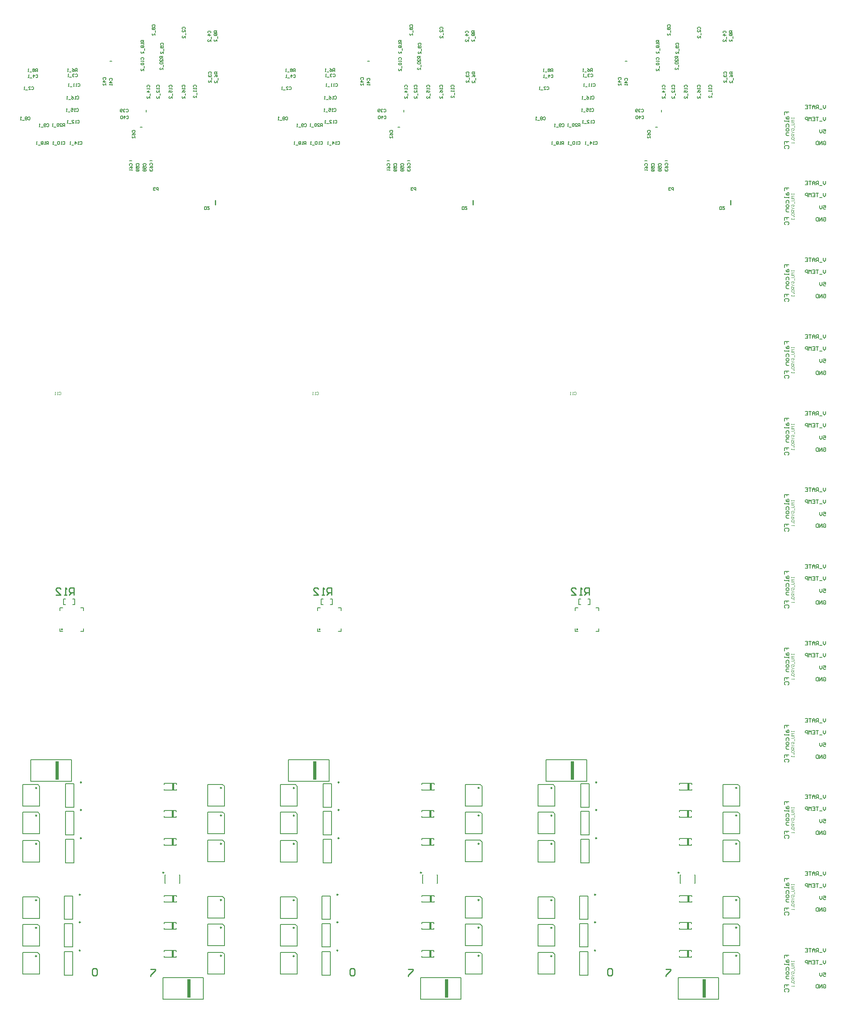
<source format=gbo>
%FSLAX23Y23*%
%MOIN*%
G70*
G01*
G75*
G04 Layer_Color=32896*
%ADD10C,0.018*%
%ADD11R,0.031X0.037*%
%ADD12R,0.037X0.031*%
%ADD13C,0.010*%
%ADD14R,0.051X0.031*%
%ADD15O,0.087X0.024*%
%ADD16R,0.029X0.073*%
%ADD17R,0.039X0.039*%
%ADD18R,0.033X0.014*%
%ADD19R,0.033X0.014*%
G04:AMPARAMS|DCode=20|XSize=228mil|YSize=83mil|CornerRadius=21mil|HoleSize=0mil|Usage=FLASHONLY|Rotation=180.000|XOffset=0mil|YOffset=0mil|HoleType=Round|Shape=RoundedRectangle|*
%AMROUNDEDRECTD20*
21,1,0.228,0.041,0,0,180.0*
21,1,0.187,0.083,0,0,180.0*
1,1,0.041,-0.094,0.021*
1,1,0.041,0.094,0.021*
1,1,0.041,0.094,-0.021*
1,1,0.041,-0.094,-0.021*
%
%ADD20ROUNDEDRECTD20*%
%ADD21R,0.079X0.063*%
%ADD22R,0.110X0.055*%
%ADD23R,0.122X0.118*%
%ADD24O,0.014X0.065*%
%ADD25O,0.069X0.012*%
%ADD26O,0.012X0.069*%
%ADD27R,0.031X0.051*%
%ADD28O,0.022X0.071*%
%ADD29O,0.071X0.022*%
%ADD30R,0.039X0.039*%
%ADD31R,0.217X0.079*%
%ADD32C,0.012*%
%ADD33C,0.020*%
%ADD34C,0.025*%
%ADD35C,0.008*%
%ADD36C,0.035*%
%ADD37R,0.026X0.033*%
%ADD38R,0.045X0.024*%
%ADD39R,0.024X0.045*%
%ADD40R,0.026X0.087*%
%ADD41R,0.130X0.087*%
%ADD42R,0.053X0.020*%
%ADD43R,0.014X0.020*%
%ADD44R,0.020X0.014*%
%ADD45R,0.077X0.077*%
%ADD46R,0.287X0.287*%
%ADD47C,0.015*%
%ADD48C,0.006*%
%ADD49R,0.037X0.030*%
%ADD50R,0.035X0.030*%
%ADD51R,0.030X0.035*%
%ADD52R,0.030X0.037*%
%ADD53R,0.035X0.031*%
%ADD54R,0.031X0.035*%
%ADD55R,0.089X0.020*%
%ADD56R,0.098X0.069*%
%ADD57R,0.138X0.069*%
%ADD58O,0.010X0.033*%
%ADD59O,0.033X0.010*%
%ADD60R,0.301X0.301*%
%ADD61O,0.067X0.014*%
%ADD62R,0.047X0.022*%
%ADD63O,0.063X0.014*%
%ADD64C,0.030*%
%ADD65C,0.016*%
%ADD66P,0.426X4X360.0*%
G04:AMPARAMS|DCode=67|XSize=10mil|YSize=33mil|CornerRadius=0mil|HoleSize=0mil|Usage=FLASHONLY|Rotation=315.000|XOffset=0mil|YOffset=0mil|HoleType=Round|Shape=Round|*
%AMOVALD67*
21,1,0.024,0.010,0.000,0.000,45.0*
1,1,0.010,-0.008,-0.008*
1,1,0.010,0.008,0.008*
%
%ADD67OVALD67*%

G04:AMPARAMS|DCode=68|XSize=10mil|YSize=33mil|CornerRadius=0mil|HoleSize=0mil|Usage=FLASHONLY|Rotation=45.000|XOffset=0mil|YOffset=0mil|HoleType=Round|Shape=Round|*
%AMOVALD68*
21,1,0.024,0.010,0.000,0.000,135.0*
1,1,0.010,0.008,-0.008*
1,1,0.010,-0.008,0.008*
%
%ADD68OVALD68*%

G04:AMPARAMS|DCode=69|XSize=37mil|YSize=31mil|CornerRadius=0mil|HoleSize=0mil|Usage=FLASHONLY|Rotation=45.000|XOffset=0mil|YOffset=0mil|HoleType=Round|Shape=Rectangle|*
%AMROTATEDRECTD69*
4,1,4,-0.002,-0.024,-0.024,-0.002,0.002,0.024,0.024,0.002,-0.002,-0.024,0.0*
%
%ADD69ROTATEDRECTD69*%

G04:AMPARAMS|DCode=70|XSize=37mil|YSize=31mil|CornerRadius=0mil|HoleSize=0mil|Usage=FLASHONLY|Rotation=135.000|XOffset=0mil|YOffset=0mil|HoleType=Round|Shape=Rectangle|*
%AMROTATEDRECTD70*
4,1,4,0.024,-0.002,0.002,-0.024,-0.024,0.002,-0.002,0.024,0.024,-0.002,0.0*
%
%ADD70ROTATEDRECTD70*%

%ADD71R,0.059X0.024*%
%ADD72R,0.031X0.031*%
%ADD73R,0.091X0.142*%
%ADD74C,0.018*%
%ADD75C,0.050*%
%ADD76C,0.025*%
%ADD77C,0.035*%
%ADD78C,0.096*%
%ADD79R,0.059X0.059*%
%ADD80C,0.059*%
%ADD81C,0.050*%
%ADD82C,0.045*%
%ADD83R,0.059X0.059*%
%ADD84C,0.060*%
%ADD85R,0.060X0.060*%
%ADD86R,0.060X0.060*%
%ADD87C,0.046*%
%ADD88C,0.040*%
%ADD89C,0.030*%
%ADD90C,0.039*%
%ADD91C,0.032*%
%ADD92R,6.414X0.076*%
%ADD93R,6.401X0.076*%
%ADD94R,6.406X0.061*%
%ADD95R,0.098X7.393*%
%ADD96R,0.315X0.039*%
%ADD97R,0.047X0.026*%
%ADD98C,0.024*%
%ADD99C,0.040*%
%ADD100R,0.201X0.018*%
%ADD101R,0.218X0.083*%
%ADD102R,0.026X0.047*%
%ADD103R,0.126X0.126*%
%ADD104R,0.012X0.037*%
%ADD105R,0.037X0.012*%
%ADD106R,0.022X0.047*%
%ADD107C,0.010*%
%ADD108C,0.008*%
%ADD109C,0.005*%
%ADD110C,0.020*%
%ADD111C,0.004*%
%ADD112C,0.006*%
%ADD113R,0.012X0.012*%
%ADD114R,0.014X0.014*%
%ADD115P,0.019X4X360.0*%
%ADD116R,0.028X0.157*%
%ADD117R,0.067X0.067*%
G04:AMPARAMS|DCode=118|XSize=67mil|YSize=67mil|CornerRadius=0mil|HoleSize=0mil|Usage=FLASHONLY|Rotation=315.000|XOffset=0mil|YOffset=0mil|HoleType=Round|Shape=Rectangle|*
%AMROTATEDRECTD118*
4,1,4,-0.047,-0.000,0.000,0.047,0.047,0.000,-0.000,-0.047,-0.047,-0.000,0.0*
%
%ADD118ROTATEDRECTD118*%

%ADD119P,0.095X4X360.0*%
G04:AMPARAMS|DCode=120|XSize=67mil|YSize=67mil|CornerRadius=0mil|HoleSize=0mil|Usage=FLASHONLY|Rotation=315.000|XOffset=0mil|YOffset=0mil|HoleType=Round|Shape=Rectangle|*
%AMROTATEDRECTD120*
4,1,4,-0.047,0.000,-0.000,0.047,0.047,-0.000,0.000,-0.047,-0.047,0.000,0.0*
%
%ADD120ROTATEDRECTD120*%

%ADD121P,0.095X4X360.0*%
%ADD122R,0.033X0.030*%
%ADD123R,0.030X0.033*%
%ADD124R,0.083X0.014*%
%ADD125R,0.093X0.063*%
%ADD126R,0.132X0.063*%
%ADD127O,0.008X0.032*%
%ADD128O,0.032X0.008*%
%ADD129R,0.046X0.021*%
G04:AMPARAMS|DCode=130|XSize=8mil|YSize=32mil|CornerRadius=0mil|HoleSize=0mil|Usage=FLASHONLY|Rotation=315.000|XOffset=0mil|YOffset=0mil|HoleType=Round|Shape=Round|*
%AMOVALD130*
21,1,0.024,0.008,0.000,0.000,45.0*
1,1,0.008,-0.008,-0.008*
1,1,0.008,0.008,0.008*
%
%ADD130OVALD130*%

G04:AMPARAMS|DCode=131|XSize=8mil|YSize=32mil|CornerRadius=0mil|HoleSize=0mil|Usage=FLASHONLY|Rotation=45.000|XOffset=0mil|YOffset=0mil|HoleType=Round|Shape=Round|*
%AMOVALD131*
21,1,0.024,0.008,0.000,0.000,135.0*
1,1,0.008,0.008,-0.008*
1,1,0.008,-0.008,0.008*
%
%ADD131OVALD131*%

%ADD132R,0.030X0.030*%
%ADD133R,0.079X0.130*%
%ADD134R,0.085X0.145*%
%ADD135R,0.130X0.090*%
%ADD136C,0.026*%
%ADD137O,0.095X0.032*%
%ADD138R,0.037X0.081*%
%ADD139R,0.047X0.047*%
%ADD140R,0.041X0.022*%
%ADD141R,0.041X0.022*%
G04:AMPARAMS|DCode=142|XSize=236mil|YSize=91mil|CornerRadius=23mil|HoleSize=0mil|Usage=FLASHONLY|Rotation=180.000|XOffset=0mil|YOffset=0mil|HoleType=Round|Shape=RoundedRectangle|*
%AMROUNDEDRECTD142*
21,1,0.236,0.045,0,0,180.0*
21,1,0.191,0.091,0,0,180.0*
1,1,0.045,-0.096,0.023*
1,1,0.045,0.096,0.023*
1,1,0.045,0.096,-0.023*
1,1,0.045,-0.096,-0.023*
%
%ADD142ROUNDEDRECTD142*%
%ADD143R,0.083X0.067*%
%ADD144R,0.130X0.126*%
%ADD145O,0.022X0.073*%
%ADD146O,0.077X0.020*%
%ADD147O,0.020X0.077*%
%ADD148O,0.030X0.079*%
%ADD149O,0.079X0.030*%
%ADD150R,0.047X0.047*%
%ADD151R,0.225X0.087*%
%ADD152R,0.034X0.041*%
%ADD153R,0.053X0.032*%
%ADD154R,0.032X0.053*%
%ADD155R,0.034X0.095*%
%ADD156R,0.138X0.095*%
%ADD157R,0.061X0.028*%
%ADD158R,0.022X0.028*%
%ADD159R,0.028X0.022*%
%ADD160R,0.081X0.081*%
%ADD161R,0.295X0.295*%
%ADD162R,0.091X0.022*%
%ADD163O,0.011X0.035*%
%ADD164O,0.035X0.011*%
%ADD165R,0.305X0.305*%
%ADD166O,0.075X0.022*%
%ADD167O,0.071X0.022*%
%ADD168P,0.432X4X360.0*%
G04:AMPARAMS|DCode=169|XSize=11mil|YSize=35mil|CornerRadius=0mil|HoleSize=0mil|Usage=FLASHONLY|Rotation=315.000|XOffset=0mil|YOffset=0mil|HoleType=Round|Shape=Round|*
%AMOVALD169*
21,1,0.024,0.011,0.000,0.000,45.0*
1,1,0.011,-0.008,-0.008*
1,1,0.011,0.008,0.008*
%
%ADD169OVALD169*%

G04:AMPARAMS|DCode=170|XSize=11mil|YSize=35mil|CornerRadius=0mil|HoleSize=0mil|Usage=FLASHONLY|Rotation=45.000|XOffset=0mil|YOffset=0mil|HoleType=Round|Shape=Round|*
%AMOVALD170*
21,1,0.024,0.011,0.000,0.000,135.0*
1,1,0.011,0.008,-0.008*
1,1,0.011,-0.008,0.008*
%
%ADD170OVALD170*%

%ADD171R,0.061X0.026*%
%ADD172R,0.033X0.033*%
%ADD173R,0.093X0.144*%
%ADD174C,0.043*%
%ADD175C,0.104*%
%ADD176R,0.067X0.067*%
%ADD177C,0.067*%
%ADD178R,0.067X0.067*%
%ADD179C,0.067*%
%ADD180R,0.067X0.067*%
%ADD181R,0.067X0.067*%
%ADD182C,0.068*%
%ADD183R,0.068X0.068*%
%ADD184R,0.068X0.068*%
%ADD185C,0.048*%
%ADD186C,0.047*%
%ADD187R,0.319X0.043*%
%ADD188R,0.055X0.034*%
%ADD189R,0.034X0.055*%
%ADD190R,0.134X0.134*%
%ADD191R,0.013X0.038*%
%ADD192R,0.038X0.013*%
%ADD193R,0.030X0.055*%
%ADD194R,0.040X0.041*%
%ADD195R,0.009X0.035*%
%ADD196R,0.035X0.009*%
%ADD197R,0.018X0.018*%
%ADD198R,0.028X0.157*%
D13*
X4886Y3371D02*
Y3431D01*
X4856D01*
X4846Y3421D01*
Y3401D01*
X4856Y3391D01*
X4886D01*
X4866D02*
X4846Y3371D01*
X4826D02*
X4806D01*
X4816D01*
Y3431D01*
X4826Y3421D01*
X4736Y3371D02*
X4776D01*
X4736Y3411D01*
Y3421D01*
X4746Y3431D01*
X4766D01*
X4776Y3421D01*
X5037Y248D02*
X5047Y258D01*
X5067D01*
X5077Y248D01*
Y208D01*
X5067Y198D01*
X5047D01*
X5037Y208D01*
Y248D01*
X5526Y254D02*
X5566D01*
Y244D01*
X5526Y204D01*
Y194D01*
X2887Y248D02*
X2897Y258D01*
X2917D01*
X2927Y248D01*
Y208D01*
X2917Y198D01*
X2897D01*
X2887Y208D01*
Y248D01*
X3376Y254D02*
X3416D01*
Y244D01*
X3376Y204D01*
Y194D01*
X2736Y3371D02*
Y3431D01*
X2706D01*
X2696Y3421D01*
Y3401D01*
X2706Y3391D01*
X2736D01*
X2716D02*
X2696Y3371D01*
X2676D02*
X2656D01*
X2666D01*
Y3431D01*
X2676Y3421D01*
X2586Y3371D02*
X2626D01*
X2586Y3411D01*
Y3421D01*
X2596Y3431D01*
X2616D01*
X2626Y3421D01*
X586Y3371D02*
Y3431D01*
X556D01*
X546Y3421D01*
Y3401D01*
X556Y3391D01*
X586D01*
X566D02*
X546Y3371D01*
X526D02*
X506D01*
X516D01*
Y3431D01*
X526Y3421D01*
X436Y3371D02*
X476D01*
X436Y3411D01*
Y3421D01*
X446Y3431D01*
X466D01*
X476Y3421D01*
X737Y248D02*
X747Y258D01*
X767D01*
X777Y248D01*
Y208D01*
X767Y198D01*
X747D01*
X737Y208D01*
Y248D01*
X1226Y254D02*
X1266D01*
Y244D01*
X1226Y204D01*
Y194D01*
D48*
X6516Y5461D02*
Y5485D01*
X6534D01*
Y5473D01*
Y5485D01*
X6552D01*
X6528Y5443D02*
Y5431D01*
X6534Y5425D01*
X6552D01*
Y5443D01*
X6546Y5449D01*
X6540Y5443D01*
Y5425D01*
X6552Y5413D02*
Y5401D01*
Y5407D01*
X6516D01*
Y5413D01*
X6528Y5359D02*
Y5377D01*
X6534Y5383D01*
X6546D01*
X6552Y5377D01*
Y5359D01*
Y5341D02*
Y5329D01*
X6546Y5323D01*
X6534D01*
X6528Y5329D01*
Y5341D01*
X6534Y5347D01*
X6546D01*
X6552Y5341D01*
Y5311D02*
X6528D01*
Y5293D01*
X6534Y5287D01*
X6552D01*
X6516Y5215D02*
Y5239D01*
X6534D01*
Y5227D01*
Y5239D01*
X6552D01*
X6522Y5179D02*
X6516Y5185D01*
Y5197D01*
X6522Y5203D01*
X6546D01*
X6552Y5197D01*
Y5185D01*
X6546Y5179D01*
X6516Y6101D02*
Y6125D01*
X6534D01*
Y6113D01*
Y6125D01*
X6552D01*
X6528Y6083D02*
Y6071D01*
X6534Y6065D01*
X6552D01*
Y6083D01*
X6546Y6089D01*
X6540Y6083D01*
Y6065D01*
X6552Y6053D02*
Y6041D01*
Y6047D01*
X6516D01*
Y6053D01*
X6528Y5999D02*
Y6017D01*
X6534Y6023D01*
X6546D01*
X6552Y6017D01*
Y5999D01*
Y5981D02*
Y5969D01*
X6546Y5963D01*
X6534D01*
X6528Y5969D01*
Y5981D01*
X6534Y5987D01*
X6546D01*
X6552Y5981D01*
Y5951D02*
X6528D01*
Y5933D01*
X6534Y5927D01*
X6552D01*
X6516Y5855D02*
Y5879D01*
X6534D01*
Y5867D01*
Y5879D01*
X6552D01*
X6522Y5819D02*
X6516Y5825D01*
Y5837D01*
X6522Y5843D01*
X6546D01*
X6552Y5837D01*
Y5825D01*
X6546Y5819D01*
X6516Y6741D02*
Y6765D01*
X6534D01*
Y6753D01*
Y6765D01*
X6552D01*
X6528Y6723D02*
Y6711D01*
X6534Y6705D01*
X6552D01*
Y6723D01*
X6546Y6729D01*
X6540Y6723D01*
Y6705D01*
X6552Y6693D02*
Y6681D01*
Y6687D01*
X6516D01*
Y6693D01*
X6528Y6639D02*
Y6657D01*
X6534Y6663D01*
X6546D01*
X6552Y6657D01*
Y6639D01*
Y6621D02*
Y6609D01*
X6546Y6603D01*
X6534D01*
X6528Y6609D01*
Y6621D01*
X6534Y6627D01*
X6546D01*
X6552Y6621D01*
Y6591D02*
X6528D01*
Y6573D01*
X6534Y6567D01*
X6552D01*
X6516Y6495D02*
Y6519D01*
X6534D01*
Y6507D01*
Y6519D01*
X6552D01*
X6522Y6459D02*
X6516Y6465D01*
Y6477D01*
X6522Y6483D01*
X6546D01*
X6552Y6477D01*
Y6465D01*
X6546Y6459D01*
X6516Y7376D02*
Y7400D01*
X6534D01*
Y7388D01*
Y7400D01*
X6552D01*
X6528Y7358D02*
Y7346D01*
X6534Y7340D01*
X6552D01*
Y7358D01*
X6546Y7364D01*
X6540Y7358D01*
Y7340D01*
X6552Y7328D02*
Y7316D01*
Y7322D01*
X6516D01*
Y7328D01*
X6528Y7274D02*
Y7292D01*
X6534Y7298D01*
X6546D01*
X6552Y7292D01*
Y7274D01*
Y7256D02*
Y7244D01*
X6546Y7238D01*
X6534D01*
X6528Y7244D01*
Y7256D01*
X6534Y7262D01*
X6546D01*
X6552Y7256D01*
Y7226D02*
X6528D01*
Y7208D01*
X6534Y7202D01*
X6552D01*
X6516Y7130D02*
Y7154D01*
X6534D01*
Y7142D01*
Y7154D01*
X6552D01*
X6522Y7094D02*
X6516Y7100D01*
Y7112D01*
X6522Y7118D01*
X6546D01*
X6552Y7112D01*
Y7100D01*
X6546Y7094D01*
X6516Y2906D02*
Y2930D01*
X6534D01*
Y2918D01*
Y2930D01*
X6552D01*
X6528Y2888D02*
Y2876D01*
X6534Y2870D01*
X6552D01*
Y2888D01*
X6546Y2894D01*
X6540Y2888D01*
Y2870D01*
X6552Y2858D02*
Y2846D01*
Y2852D01*
X6516D01*
Y2858D01*
X6528Y2804D02*
Y2822D01*
X6534Y2828D01*
X6546D01*
X6552Y2822D01*
Y2804D01*
Y2786D02*
Y2774D01*
X6546Y2768D01*
X6534D01*
X6528Y2774D01*
Y2786D01*
X6534Y2792D01*
X6546D01*
X6552Y2786D01*
Y2756D02*
X6528D01*
Y2738D01*
X6534Y2732D01*
X6552D01*
X6516Y2660D02*
Y2684D01*
X6534D01*
Y2672D01*
Y2684D01*
X6552D01*
X6522Y2624D02*
X6516Y2630D01*
Y2642D01*
X6522Y2648D01*
X6546D01*
X6552Y2642D01*
Y2630D01*
X6546Y2624D01*
X6516Y3546D02*
Y3570D01*
X6534D01*
Y3558D01*
Y3570D01*
X6552D01*
X6528Y3528D02*
Y3516D01*
X6534Y3510D01*
X6552D01*
Y3528D01*
X6546Y3534D01*
X6540Y3528D01*
Y3510D01*
X6552Y3498D02*
Y3486D01*
Y3492D01*
X6516D01*
Y3498D01*
X6528Y3444D02*
Y3462D01*
X6534Y3468D01*
X6546D01*
X6552Y3462D01*
Y3444D01*
Y3426D02*
Y3414D01*
X6546Y3408D01*
X6534D01*
X6528Y3414D01*
Y3426D01*
X6534Y3432D01*
X6546D01*
X6552Y3426D01*
Y3396D02*
X6528D01*
Y3378D01*
X6534Y3372D01*
X6552D01*
X6516Y3300D02*
Y3324D01*
X6534D01*
Y3312D01*
Y3324D01*
X6552D01*
X6522Y3264D02*
X6516Y3270D01*
Y3282D01*
X6522Y3288D01*
X6546D01*
X6552Y3282D01*
Y3270D01*
X6546Y3264D01*
X6516Y4186D02*
Y4210D01*
X6534D01*
Y4198D01*
Y4210D01*
X6552D01*
X6528Y4168D02*
Y4156D01*
X6534Y4150D01*
X6552D01*
Y4168D01*
X6546Y4174D01*
X6540Y4168D01*
Y4150D01*
X6552Y4138D02*
Y4126D01*
Y4132D01*
X6516D01*
Y4138D01*
X6528Y4084D02*
Y4102D01*
X6534Y4108D01*
X6546D01*
X6552Y4102D01*
Y4084D01*
Y4066D02*
Y4054D01*
X6546Y4048D01*
X6534D01*
X6528Y4054D01*
Y4066D01*
X6534Y4072D01*
X6546D01*
X6552Y4066D01*
Y4036D02*
X6528D01*
Y4018D01*
X6534Y4012D01*
X6552D01*
X6516Y3940D02*
Y3964D01*
X6534D01*
Y3952D01*
Y3964D01*
X6552D01*
X6522Y3904D02*
X6516Y3910D01*
Y3922D01*
X6522Y3928D01*
X6546D01*
X6552Y3922D01*
Y3910D01*
X6546Y3904D01*
X6516Y4821D02*
Y4845D01*
X6534D01*
Y4833D01*
Y4845D01*
X6552D01*
X6528Y4803D02*
Y4791D01*
X6534Y4785D01*
X6552D01*
Y4803D01*
X6546Y4809D01*
X6540Y4803D01*
Y4785D01*
X6552Y4773D02*
Y4761D01*
Y4767D01*
X6516D01*
Y4773D01*
X6528Y4719D02*
Y4737D01*
X6534Y4743D01*
X6546D01*
X6552Y4737D01*
Y4719D01*
Y4701D02*
Y4689D01*
X6546Y4683D01*
X6534D01*
X6528Y4689D01*
Y4701D01*
X6534Y4707D01*
X6546D01*
X6552Y4701D01*
Y4671D02*
X6528D01*
Y4653D01*
X6534Y4647D01*
X6552D01*
X6516Y4575D02*
Y4599D01*
X6534D01*
Y4587D01*
Y4599D01*
X6552D01*
X6522Y4539D02*
X6516Y4545D01*
Y4557D01*
X6522Y4563D01*
X6546D01*
X6552Y4557D01*
Y4545D01*
X6546Y4539D01*
X5640Y858D02*
Y867D01*
Y811D02*
Y820D01*
X5742Y811D02*
Y820D01*
Y858D02*
Y867D01*
X5708Y811D02*
Y867D01*
X5714Y811D02*
Y867D01*
X5640Y811D02*
X5742D01*
X5640Y867D02*
X5742D01*
X5718Y811D02*
Y867D01*
X6001Y679D02*
Y859D01*
X6141Y679D02*
Y844D01*
X6001Y859D02*
X6126D01*
X6001Y679D02*
X6141D01*
X6126Y859D02*
X6141Y844D01*
X6001Y449D02*
Y629D01*
X6141Y449D02*
Y614D01*
X6001Y629D02*
X6126D01*
X6001Y449D02*
X6141D01*
X6126Y629D02*
X6141Y614D01*
X6001Y214D02*
Y394D01*
X6141Y214D02*
Y379D01*
X6001Y394D02*
X6126D01*
X6001Y214D02*
X6141D01*
X6126Y394D02*
X6141Y379D01*
X5640Y1792D02*
Y1801D01*
Y1745D02*
Y1754D01*
X5742Y1745D02*
Y1754D01*
Y1792D02*
Y1801D01*
X5708Y1745D02*
Y1801D01*
X5714Y1745D02*
Y1801D01*
X5640Y1745D02*
X5742D01*
X5640Y1801D02*
X5742D01*
X5718Y1745D02*
Y1801D01*
X5637Y633D02*
Y642D01*
Y586D02*
Y595D01*
X5739Y586D02*
Y595D01*
Y633D02*
Y642D01*
X5705Y586D02*
Y642D01*
X5711Y586D02*
Y642D01*
X5637Y586D02*
X5739D01*
X5637Y642D02*
X5739D01*
X5715Y586D02*
Y642D01*
X5637Y1567D02*
Y1576D01*
Y1520D02*
Y1529D01*
X5739Y1520D02*
Y1529D01*
Y1567D02*
Y1576D01*
X5705Y1520D02*
Y1576D01*
X5711Y1520D02*
Y1576D01*
X5637Y1520D02*
X5739D01*
X5637Y1576D02*
X5739D01*
X5715Y1520D02*
Y1576D01*
X5638Y399D02*
Y408D01*
Y352D02*
Y361D01*
X5740Y352D02*
Y361D01*
Y399D02*
Y408D01*
X5706Y352D02*
Y408D01*
X5712Y352D02*
Y408D01*
X5638Y352D02*
X5740D01*
X5638Y408D02*
X5740D01*
X5716Y352D02*
Y408D01*
X5638Y1333D02*
Y1342D01*
Y1286D02*
Y1295D01*
X5740Y1286D02*
Y1295D01*
Y1333D02*
Y1342D01*
X5706Y1286D02*
Y1342D01*
X5712Y1286D02*
Y1342D01*
X5638Y1286D02*
X5740D01*
X5638Y1342D02*
X5740D01*
X5716Y1286D02*
Y1342D01*
X6001Y1613D02*
Y1793D01*
X6141Y1613D02*
Y1778D01*
X6001Y1793D02*
X6126D01*
X6001Y1613D02*
X6141D01*
X6126Y1793D02*
X6141Y1778D01*
X6001Y1383D02*
Y1563D01*
X6141Y1383D02*
Y1548D01*
X6001Y1563D02*
X6126D01*
X6001Y1383D02*
X6141D01*
X6126Y1563D02*
X6141Y1548D01*
X6001Y1148D02*
Y1328D01*
X6141Y1148D02*
Y1313D01*
X6001Y1328D02*
X6126D01*
X6001Y1148D02*
X6141D01*
X6126Y1328D02*
X6141Y1313D01*
X4458Y676D02*
Y856D01*
X4598Y676D02*
Y841D01*
X4458Y856D02*
X4583D01*
X4458Y676D02*
X4598D01*
X4583Y856D02*
X4598Y841D01*
X4459Y1612D02*
Y1792D01*
X4599Y1612D02*
Y1777D01*
X4459Y1792D02*
X4584D01*
X4459Y1612D02*
X4599D01*
X4584Y1792D02*
X4599Y1777D01*
X4458Y446D02*
Y626D01*
X4598Y446D02*
Y611D01*
X4458Y626D02*
X4583D01*
X4458Y446D02*
X4598D01*
X4583Y626D02*
X4598Y611D01*
X4459Y1382D02*
Y1562D01*
X4599Y1382D02*
Y1547D01*
X4459Y1562D02*
X4584D01*
X4459Y1382D02*
X4599D01*
X4584Y1562D02*
X4599Y1547D01*
X4458Y211D02*
Y391D01*
X4598Y211D02*
Y376D01*
X4458Y391D02*
X4583D01*
X4458Y211D02*
X4598D01*
X4583Y391D02*
X4598Y376D01*
X4459Y1147D02*
Y1327D01*
X4599Y1147D02*
Y1312D01*
X4459Y1327D02*
X4584D01*
X4459Y1147D02*
X4599D01*
X4584Y1327D02*
X4599Y1312D01*
X4864Y1818D02*
Y2000D01*
X4526Y1818D02*
Y2000D01*
X4864D01*
X4526Y1818D02*
X4864D01*
X5966Y2D02*
Y184D01*
X5628Y2D02*
Y184D01*
X5966D01*
X5628Y2D02*
X5966D01*
X3490Y858D02*
Y867D01*
Y811D02*
Y820D01*
X3592Y811D02*
Y820D01*
Y858D02*
Y867D01*
X3558Y811D02*
Y867D01*
X3564Y811D02*
Y867D01*
X3490Y811D02*
X3592D01*
X3490Y867D02*
X3592D01*
X3568Y811D02*
Y867D01*
X3851Y679D02*
Y859D01*
X3991Y679D02*
Y844D01*
X3851Y859D02*
X3976D01*
X3851Y679D02*
X3991D01*
X3976Y859D02*
X3991Y844D01*
X3851Y449D02*
Y629D01*
X3991Y449D02*
Y614D01*
X3851Y629D02*
X3976D01*
X3851Y449D02*
X3991D01*
X3976Y629D02*
X3991Y614D01*
X3851Y214D02*
Y394D01*
X3991Y214D02*
Y379D01*
X3851Y394D02*
X3976D01*
X3851Y214D02*
X3991D01*
X3976Y394D02*
X3991Y379D01*
X3490Y1792D02*
Y1801D01*
Y1745D02*
Y1754D01*
X3592Y1745D02*
Y1754D01*
Y1792D02*
Y1801D01*
X3558Y1745D02*
Y1801D01*
X3564Y1745D02*
Y1801D01*
X3490Y1745D02*
X3592D01*
X3490Y1801D02*
X3592D01*
X3568Y1745D02*
Y1801D01*
X3487Y633D02*
Y642D01*
Y586D02*
Y595D01*
X3589Y586D02*
Y595D01*
Y633D02*
Y642D01*
X3555Y586D02*
Y642D01*
X3561Y586D02*
Y642D01*
X3487Y586D02*
X3589D01*
X3487Y642D02*
X3589D01*
X3565Y586D02*
Y642D01*
X3487Y1567D02*
Y1576D01*
Y1520D02*
Y1529D01*
X3589Y1520D02*
Y1529D01*
Y1567D02*
Y1576D01*
X3555Y1520D02*
Y1576D01*
X3561Y1520D02*
Y1576D01*
X3487Y1520D02*
X3589D01*
X3487Y1576D02*
X3589D01*
X3565Y1520D02*
Y1576D01*
X3488Y399D02*
Y408D01*
Y352D02*
Y361D01*
X3590Y352D02*
Y361D01*
Y399D02*
Y408D01*
X3556Y352D02*
Y408D01*
X3562Y352D02*
Y408D01*
X3488Y352D02*
X3590D01*
X3488Y408D02*
X3590D01*
X3566Y352D02*
Y408D01*
X3488Y1333D02*
Y1342D01*
Y1286D02*
Y1295D01*
X3590Y1286D02*
Y1295D01*
Y1333D02*
Y1342D01*
X3556Y1286D02*
Y1342D01*
X3562Y1286D02*
Y1342D01*
X3488Y1286D02*
X3590D01*
X3488Y1342D02*
X3590D01*
X3566Y1286D02*
Y1342D01*
X3851Y1613D02*
Y1793D01*
X3991Y1613D02*
Y1778D01*
X3851Y1793D02*
X3976D01*
X3851Y1613D02*
X3991D01*
X3976Y1793D02*
X3991Y1778D01*
X3851Y1383D02*
Y1563D01*
X3991Y1383D02*
Y1548D01*
X3851Y1563D02*
X3976D01*
X3851Y1383D02*
X3991D01*
X3976Y1563D02*
X3991Y1548D01*
X3851Y1148D02*
Y1328D01*
X3991Y1148D02*
Y1313D01*
X3851Y1328D02*
X3976D01*
X3851Y1148D02*
X3991D01*
X3976Y1328D02*
X3991Y1313D01*
X2308Y676D02*
Y856D01*
X2448Y676D02*
Y841D01*
X2308Y856D02*
X2433D01*
X2308Y676D02*
X2448D01*
X2433Y856D02*
X2448Y841D01*
X2309Y1612D02*
Y1792D01*
X2449Y1612D02*
Y1777D01*
X2309Y1792D02*
X2434D01*
X2309Y1612D02*
X2449D01*
X2434Y1792D02*
X2449Y1777D01*
X2308Y446D02*
Y626D01*
X2448Y446D02*
Y611D01*
X2308Y626D02*
X2433D01*
X2308Y446D02*
X2448D01*
X2433Y626D02*
X2448Y611D01*
X2309Y1382D02*
Y1562D01*
X2449Y1382D02*
Y1547D01*
X2309Y1562D02*
X2434D01*
X2309Y1382D02*
X2449D01*
X2434Y1562D02*
X2449Y1547D01*
X2308Y211D02*
Y391D01*
X2448Y211D02*
Y376D01*
X2308Y391D02*
X2433D01*
X2308Y211D02*
X2448D01*
X2433Y391D02*
X2448Y376D01*
X2309Y1147D02*
Y1327D01*
X2449Y1147D02*
Y1312D01*
X2309Y1327D02*
X2434D01*
X2309Y1147D02*
X2449D01*
X2434Y1327D02*
X2449Y1312D01*
X2714Y1818D02*
Y2000D01*
X2376Y1818D02*
Y2000D01*
X2714D01*
X2376Y1818D02*
X2714D01*
X3816Y2D02*
Y184D01*
X3478Y2D02*
Y184D01*
X3816D01*
X3478Y2D02*
X3816D01*
X6516Y2261D02*
Y2285D01*
X6534D01*
Y2273D01*
Y2285D01*
X6552D01*
X6528Y2243D02*
Y2231D01*
X6534Y2225D01*
X6552D01*
Y2243D01*
X6546Y2249D01*
X6540Y2243D01*
Y2225D01*
X6552Y2213D02*
Y2201D01*
Y2207D01*
X6516D01*
Y2213D01*
X6528Y2159D02*
Y2177D01*
X6534Y2183D01*
X6546D01*
X6552Y2177D01*
Y2159D01*
Y2141D02*
Y2129D01*
X6546Y2123D01*
X6534D01*
X6528Y2129D01*
Y2141D01*
X6534Y2147D01*
X6546D01*
X6552Y2141D01*
Y2111D02*
X6528D01*
Y2093D01*
X6534Y2087D01*
X6552D01*
X6516Y2015D02*
Y2039D01*
X6534D01*
Y2027D01*
Y2039D01*
X6552D01*
X6522Y1979D02*
X6516Y1985D01*
Y1997D01*
X6522Y2003D01*
X6546D01*
X6552Y1997D01*
Y1985D01*
X6546Y1979D01*
X6516Y1626D02*
Y1650D01*
X6534D01*
Y1638D01*
Y1650D01*
X6552D01*
X6528Y1608D02*
Y1596D01*
X6534Y1590D01*
X6552D01*
Y1608D01*
X6546Y1614D01*
X6540Y1608D01*
Y1590D01*
X6552Y1578D02*
Y1566D01*
Y1572D01*
X6516D01*
Y1578D01*
X6528Y1524D02*
Y1542D01*
X6534Y1548D01*
X6546D01*
X6552Y1542D01*
Y1524D01*
Y1506D02*
Y1494D01*
X6546Y1488D01*
X6534D01*
X6528Y1494D01*
Y1506D01*
X6534Y1512D01*
X6546D01*
X6552Y1506D01*
Y1476D02*
X6528D01*
Y1458D01*
X6534Y1452D01*
X6552D01*
X6516Y1380D02*
Y1404D01*
X6534D01*
Y1392D01*
Y1404D01*
X6552D01*
X6522Y1344D02*
X6516Y1350D01*
Y1362D01*
X6522Y1368D01*
X6546D01*
X6552Y1362D01*
Y1350D01*
X6546Y1344D01*
X6516Y986D02*
Y1010D01*
X6534D01*
Y998D01*
Y1010D01*
X6552D01*
X6528Y968D02*
Y956D01*
X6534Y950D01*
X6552D01*
Y968D01*
X6546Y974D01*
X6540Y968D01*
Y950D01*
X6552Y938D02*
Y926D01*
Y932D01*
X6516D01*
Y938D01*
X6528Y884D02*
Y902D01*
X6534Y908D01*
X6546D01*
X6552Y902D01*
Y884D01*
Y866D02*
Y854D01*
X6546Y848D01*
X6534D01*
X6528Y854D01*
Y866D01*
X6534Y872D01*
X6546D01*
X6552Y866D01*
Y836D02*
X6528D01*
Y818D01*
X6534Y812D01*
X6552D01*
X6516Y740D02*
Y764D01*
X6534D01*
Y752D01*
Y764D01*
X6552D01*
X6522Y704D02*
X6516Y710D01*
Y722D01*
X6522Y728D01*
X6546D01*
X6552Y722D01*
Y710D01*
X6546Y704D01*
X6516Y346D02*
Y370D01*
X6534D01*
Y358D01*
Y370D01*
X6552D01*
X6528Y328D02*
Y316D01*
X6534Y310D01*
X6552D01*
Y328D01*
X6546Y334D01*
X6540Y328D01*
Y310D01*
X6552Y298D02*
Y286D01*
Y292D01*
X6516D01*
Y298D01*
X6528Y244D02*
Y262D01*
X6534Y268D01*
X6546D01*
X6552Y262D01*
Y244D01*
Y226D02*
Y214D01*
X6546Y208D01*
X6534D01*
X6528Y214D01*
Y226D01*
X6534Y232D01*
X6546D01*
X6552Y226D01*
Y196D02*
X6528D01*
Y178D01*
X6534Y172D01*
X6552D01*
X6516Y100D02*
Y124D01*
X6534D01*
Y112D01*
Y124D01*
X6552D01*
X6522Y64D02*
X6516Y70D01*
Y82D01*
X6522Y88D01*
X6546D01*
X6552Y82D01*
Y70D01*
X6546Y64D01*
X1340Y858D02*
Y867D01*
Y811D02*
Y820D01*
X1442Y811D02*
Y820D01*
Y858D02*
Y867D01*
X1408Y811D02*
Y867D01*
X1414Y811D02*
Y867D01*
X1340Y811D02*
X1442D01*
X1340Y867D02*
X1442D01*
X1418Y811D02*
Y867D01*
X1701Y679D02*
Y859D01*
X1841Y679D02*
Y844D01*
X1701Y859D02*
X1826D01*
X1701Y679D02*
X1841D01*
X1826Y859D02*
X1841Y844D01*
X1701Y449D02*
Y629D01*
X1841Y449D02*
Y614D01*
X1701Y629D02*
X1826D01*
X1701Y449D02*
X1841D01*
X1826Y629D02*
X1841Y614D01*
X1701Y214D02*
Y394D01*
X1841Y214D02*
Y379D01*
X1701Y394D02*
X1826D01*
X1701Y214D02*
X1841D01*
X1826Y394D02*
X1841Y379D01*
X1340Y1792D02*
Y1801D01*
Y1745D02*
Y1754D01*
X1442Y1745D02*
Y1754D01*
Y1792D02*
Y1801D01*
X1408Y1745D02*
Y1801D01*
X1414Y1745D02*
Y1801D01*
X1340Y1745D02*
X1442D01*
X1340Y1801D02*
X1442D01*
X1418Y1745D02*
Y1801D01*
X1337Y633D02*
Y642D01*
Y586D02*
Y595D01*
X1439Y586D02*
Y595D01*
Y633D02*
Y642D01*
X1405Y586D02*
Y642D01*
X1411Y586D02*
Y642D01*
X1337Y586D02*
X1439D01*
X1337Y642D02*
X1439D01*
X1415Y586D02*
Y642D01*
X1337Y1567D02*
Y1576D01*
Y1520D02*
Y1529D01*
X1439Y1520D02*
Y1529D01*
Y1567D02*
Y1576D01*
X1405Y1520D02*
Y1576D01*
X1411Y1520D02*
Y1576D01*
X1337Y1520D02*
X1439D01*
X1337Y1576D02*
X1439D01*
X1415Y1520D02*
Y1576D01*
X1338Y399D02*
Y408D01*
Y352D02*
Y361D01*
X1440Y352D02*
Y361D01*
Y399D02*
Y408D01*
X1406Y352D02*
Y408D01*
X1412Y352D02*
Y408D01*
X1338Y352D02*
X1440D01*
X1338Y408D02*
X1440D01*
X1416Y352D02*
Y408D01*
X1338Y1333D02*
Y1342D01*
Y1286D02*
Y1295D01*
X1440Y1286D02*
Y1295D01*
Y1333D02*
Y1342D01*
X1406Y1286D02*
Y1342D01*
X1412Y1286D02*
Y1342D01*
X1338Y1286D02*
X1440D01*
X1338Y1342D02*
X1440D01*
X1416Y1286D02*
Y1342D01*
X1701Y1613D02*
Y1793D01*
X1841Y1613D02*
Y1778D01*
X1701Y1793D02*
X1826D01*
X1701Y1613D02*
X1841D01*
X1826Y1793D02*
X1841Y1778D01*
X1701Y1383D02*
Y1563D01*
X1841Y1383D02*
Y1548D01*
X1701Y1563D02*
X1826D01*
X1701Y1383D02*
X1841D01*
X1826Y1563D02*
X1841Y1548D01*
X1701Y1148D02*
Y1328D01*
X1841Y1148D02*
Y1313D01*
X1701Y1328D02*
X1826D01*
X1701Y1148D02*
X1841D01*
X1826Y1328D02*
X1841Y1313D01*
X158Y676D02*
Y856D01*
X298Y676D02*
Y841D01*
X158Y856D02*
X283D01*
X158Y676D02*
X298D01*
X283Y856D02*
X298Y841D01*
X159Y1612D02*
Y1792D01*
X299Y1612D02*
Y1777D01*
X159Y1792D02*
X284D01*
X159Y1612D02*
X299D01*
X284Y1792D02*
X299Y1777D01*
X158Y446D02*
Y626D01*
X298Y446D02*
Y611D01*
X158Y626D02*
X283D01*
X158Y446D02*
X298D01*
X283Y626D02*
X298Y611D01*
X159Y1382D02*
Y1562D01*
X299Y1382D02*
Y1547D01*
X159Y1562D02*
X284D01*
X159Y1382D02*
X299D01*
X284Y1562D02*
X299Y1547D01*
X158Y211D02*
Y391D01*
X298Y211D02*
Y376D01*
X158Y391D02*
X283D01*
X158Y211D02*
X298D01*
X283Y391D02*
X298Y376D01*
X159Y1147D02*
Y1327D01*
X299Y1147D02*
Y1312D01*
X159Y1327D02*
X284D01*
X159Y1147D02*
X299D01*
X284Y1327D02*
X299Y1312D01*
X564Y1818D02*
Y2000D01*
X226Y1818D02*
Y2000D01*
X564D01*
X226Y1818D02*
X564D01*
X1666Y2D02*
Y184D01*
X1328Y2D02*
Y184D01*
X1666D01*
X1328Y2D02*
X1666D01*
D107*
X6064Y6625D02*
Y6662D01*
X6117Y830D02*
G03*
X6117Y830I-5J0D01*
G01*
Y600D02*
G03*
X6117Y600I-5J0D01*
G01*
Y365D02*
G03*
X6117Y365I-5J0D01*
G01*
X6117Y1764D02*
G03*
X6117Y1764I-5J0D01*
G01*
Y1534D02*
G03*
X6117Y1534I-5J0D01*
G01*
Y1299D02*
G03*
X6117Y1299I-5J0D01*
G01*
X4574Y827D02*
G03*
X4574Y827I-5J0D01*
G01*
X4575Y1763D02*
G03*
X4575Y1763I-5J0D01*
G01*
X4574Y597D02*
G03*
X4574Y597I-5J0D01*
G01*
X4575Y1533D02*
G03*
X4575Y1533I-5J0D01*
G01*
X4574Y362D02*
G03*
X4574Y362I-5J0D01*
G01*
X4575Y1298D02*
G03*
X4575Y1298I-5J0D01*
G01*
X4939Y874D02*
G03*
X4939Y874I-5J0D01*
G01*
X4948Y1810D02*
G03*
X4948Y1810I-5J0D01*
G01*
X4939Y644D02*
G03*
X4939Y644I-5J0D01*
G01*
X4948Y1580D02*
G03*
X4948Y1580I-5J0D01*
G01*
X4939Y409D02*
G03*
X4939Y409I-5J0D01*
G01*
X4948Y1345D02*
G03*
X4948Y1345I-5J0D01*
G01*
X5636Y1058D02*
G03*
X5636Y1058I-5J0D01*
G01*
X3967Y830D02*
G03*
X3967Y830I-5J0D01*
G01*
Y600D02*
G03*
X3967Y600I-5J0D01*
G01*
Y365D02*
G03*
X3967Y365I-5J0D01*
G01*
X3967Y1764D02*
G03*
X3967Y1764I-5J0D01*
G01*
Y1534D02*
G03*
X3967Y1534I-5J0D01*
G01*
Y1299D02*
G03*
X3967Y1299I-5J0D01*
G01*
X2424Y827D02*
G03*
X2424Y827I-5J0D01*
G01*
X2425Y1763D02*
G03*
X2425Y1763I-5J0D01*
G01*
X2424Y597D02*
G03*
X2424Y597I-5J0D01*
G01*
X2425Y1533D02*
G03*
X2425Y1533I-5J0D01*
G01*
X2424Y362D02*
G03*
X2424Y362I-5J0D01*
G01*
X2425Y1298D02*
G03*
X2425Y1298I-5J0D01*
G01*
X2789Y874D02*
G03*
X2789Y874I-5J0D01*
G01*
X2798Y1810D02*
G03*
X2798Y1810I-5J0D01*
G01*
X2789Y644D02*
G03*
X2789Y644I-5J0D01*
G01*
X2798Y1580D02*
G03*
X2798Y1580I-5J0D01*
G01*
X2789Y409D02*
G03*
X2789Y409I-5J0D01*
G01*
X2798Y1345D02*
G03*
X2798Y1345I-5J0D01*
G01*
X3486Y1058D02*
G03*
X3486Y1058I-5J0D01*
G01*
X3914Y6625D02*
Y6662D01*
X1764Y6625D02*
Y6662D01*
X1817Y830D02*
G03*
X1817Y830I-5J0D01*
G01*
Y600D02*
G03*
X1817Y600I-5J0D01*
G01*
Y365D02*
G03*
X1817Y365I-5J0D01*
G01*
X1817Y1764D02*
G03*
X1817Y1764I-5J0D01*
G01*
Y1534D02*
G03*
X1817Y1534I-5J0D01*
G01*
Y1299D02*
G03*
X1817Y1299I-5J0D01*
G01*
X274Y827D02*
G03*
X274Y827I-5J0D01*
G01*
X275Y1763D02*
G03*
X275Y1763I-5J0D01*
G01*
X274Y597D02*
G03*
X274Y597I-5J0D01*
G01*
X275Y1533D02*
G03*
X275Y1533I-5J0D01*
G01*
X274Y362D02*
G03*
X274Y362I-5J0D01*
G01*
X275Y1298D02*
G03*
X275Y1298I-5J0D01*
G01*
X639Y874D02*
G03*
X639Y874I-5J0D01*
G01*
X648Y1810D02*
G03*
X648Y1810I-5J0D01*
G01*
X639Y644D02*
G03*
X639Y644I-5J0D01*
G01*
X648Y1580D02*
G03*
X648Y1580I-5J0D01*
G01*
X639Y409D02*
G03*
X639Y409I-5J0D01*
G01*
X648Y1345D02*
G03*
X648Y1345I-5J0D01*
G01*
X1336Y1058D02*
G03*
X1336Y1058I-5J0D01*
G01*
D108*
X5350Y6993D02*
X5368D01*
X5520D02*
X5538D01*
X5437Y7273D02*
X5454D01*
X5490Y7399D02*
Y7417D01*
X5184Y7822D02*
X5202D01*
X4875Y668D02*
Y864D01*
X4805Y668D02*
Y864D01*
X4875D01*
X4805Y668D02*
X4875D01*
X4884Y1604D02*
Y1800D01*
X4814Y1604D02*
Y1800D01*
X4884D01*
X4814Y1604D02*
X4884D01*
X4875Y438D02*
Y634D01*
X4805Y438D02*
Y634D01*
X4875D01*
X4805Y438D02*
X4875D01*
X4884Y1374D02*
Y1570D01*
X4814Y1374D02*
Y1570D01*
X4884D01*
X4814Y1374D02*
X4884D01*
X4875Y203D02*
Y399D01*
X4805Y203D02*
Y399D01*
X4875D01*
X4805Y203D02*
X4875D01*
X4884Y1139D02*
Y1335D01*
X4814Y1139D02*
Y1335D01*
X4884D01*
X4814Y1139D02*
X4884D01*
X5767Y968D02*
Y1038D01*
X5645Y968D02*
Y1038D01*
Y968D02*
X5647D01*
X5645Y1038D02*
X5647D01*
X5765Y968D02*
X5767D01*
X5765Y1038D02*
X5767D01*
X2725Y668D02*
Y864D01*
X2655Y668D02*
Y864D01*
X2725D01*
X2655Y668D02*
X2725D01*
X2734Y1604D02*
Y1800D01*
X2664Y1604D02*
Y1800D01*
X2734D01*
X2664Y1604D02*
X2734D01*
X2725Y438D02*
Y634D01*
X2655Y438D02*
Y634D01*
X2725D01*
X2655Y438D02*
X2725D01*
X2734Y1374D02*
Y1570D01*
X2664Y1374D02*
Y1570D01*
X2734D01*
X2664Y1374D02*
X2734D01*
X2725Y203D02*
Y399D01*
X2655Y203D02*
Y399D01*
X2725D01*
X2655Y203D02*
X2725D01*
X2734Y1139D02*
Y1335D01*
X2664Y1139D02*
Y1335D01*
X2734D01*
X2664Y1139D02*
X2734D01*
X3617Y968D02*
Y1038D01*
X3495Y968D02*
Y1038D01*
Y968D02*
X3497D01*
X3495Y1038D02*
X3497D01*
X3615Y968D02*
X3617D01*
X3615Y1038D02*
X3617D01*
X3200Y6993D02*
X3218D01*
X3370D02*
X3388D01*
X3287Y7273D02*
X3304D01*
X3340Y7399D02*
Y7417D01*
X3034Y7822D02*
X3052D01*
X1050Y6993D02*
X1068D01*
X1220D02*
X1238D01*
X1137Y7273D02*
X1154D01*
X1190Y7399D02*
Y7417D01*
X884Y7822D02*
X902D01*
X575Y668D02*
Y864D01*
X505Y668D02*
Y864D01*
X575D01*
X505Y668D02*
X575D01*
X584Y1604D02*
Y1800D01*
X514Y1604D02*
Y1800D01*
X584D01*
X514Y1604D02*
X584D01*
X575Y438D02*
Y634D01*
X505Y438D02*
Y634D01*
X575D01*
X505Y438D02*
X575D01*
X584Y1374D02*
Y1570D01*
X514Y1374D02*
Y1570D01*
X584D01*
X514Y1374D02*
X584D01*
X575Y203D02*
Y399D01*
X505Y203D02*
Y399D01*
X575D01*
X505Y203D02*
X575D01*
X584Y1139D02*
Y1335D01*
X514Y1139D02*
Y1335D01*
X584D01*
X514Y1139D02*
X584D01*
X1467Y968D02*
Y1038D01*
X1345Y968D02*
Y1038D01*
Y968D02*
X1347D01*
X1345Y1038D02*
X1347D01*
X1465Y968D02*
X1467D01*
X1465Y1038D02*
X1467D01*
D109*
X6859Y5441D02*
Y5421D01*
X6849Y5411D01*
X6839Y5421D01*
Y5441D01*
X6829Y5406D02*
X6809D01*
X6799Y5441D02*
X6779D01*
X6789D01*
Y5411D01*
X6749Y5441D02*
X6769D01*
Y5411D01*
X6749D01*
X6769Y5426D02*
X6759D01*
X6739Y5411D02*
Y5441D01*
X6729Y5431D01*
X6719Y5441D01*
Y5411D01*
X6709D02*
Y5441D01*
X6694D01*
X6689Y5436D01*
Y5426D01*
X6694Y5421D01*
X6709D01*
X6859Y5542D02*
Y5522D01*
X6849Y5512D01*
X6839Y5522D01*
Y5542D01*
X6829Y5507D02*
X6809D01*
X6799Y5512D02*
Y5542D01*
X6784D01*
X6779Y5537D01*
Y5527D01*
X6784Y5522D01*
X6799D01*
X6789D02*
X6779Y5512D01*
X6769D02*
Y5532D01*
X6759Y5542D01*
X6749Y5532D01*
Y5512D01*
Y5527D01*
X6769D01*
X6739Y5542D02*
X6719D01*
X6729D01*
Y5512D01*
X6689Y5542D02*
X6709D01*
Y5512D01*
X6689D01*
X6709Y5527D02*
X6699D01*
X6839Y5338D02*
X6859D01*
Y5323D01*
X6849Y5328D01*
X6844D01*
X6839Y5323D01*
Y5313D01*
X6844Y5308D01*
X6854D01*
X6859Y5313D01*
X6829Y5338D02*
Y5318D01*
X6819Y5308D01*
X6809Y5318D01*
Y5338D01*
X6839Y5235D02*
X6844Y5240D01*
X6854D01*
X6859Y5235D01*
Y5215D01*
X6854Y5210D01*
X6844D01*
X6839Y5215D01*
Y5225D01*
X6849D01*
X6829Y5210D02*
Y5240D01*
X6809Y5210D01*
Y5240D01*
X6799D02*
Y5210D01*
X6784D01*
X6779Y5215D01*
Y5235D01*
X6784Y5240D01*
X6799D01*
X6859Y6081D02*
Y6061D01*
X6849Y6051D01*
X6839Y6061D01*
Y6081D01*
X6829Y6046D02*
X6809D01*
X6799Y6081D02*
X6779D01*
X6789D01*
Y6051D01*
X6749Y6081D02*
X6769D01*
Y6051D01*
X6749D01*
X6769Y6066D02*
X6759D01*
X6739Y6051D02*
Y6081D01*
X6729Y6071D01*
X6719Y6081D01*
Y6051D01*
X6709D02*
Y6081D01*
X6694D01*
X6689Y6076D01*
Y6066D01*
X6694Y6061D01*
X6709D01*
X6859Y6182D02*
Y6162D01*
X6849Y6152D01*
X6839Y6162D01*
Y6182D01*
X6829Y6147D02*
X6809D01*
X6799Y6152D02*
Y6182D01*
X6784D01*
X6779Y6177D01*
Y6167D01*
X6784Y6162D01*
X6799D01*
X6789D02*
X6779Y6152D01*
X6769D02*
Y6172D01*
X6759Y6182D01*
X6749Y6172D01*
Y6152D01*
Y6167D01*
X6769D01*
X6739Y6182D02*
X6719D01*
X6729D01*
Y6152D01*
X6689Y6182D02*
X6709D01*
Y6152D01*
X6689D01*
X6709Y6167D02*
X6699D01*
X6839Y5978D02*
X6859D01*
Y5963D01*
X6849Y5968D01*
X6844D01*
X6839Y5963D01*
Y5953D01*
X6844Y5948D01*
X6854D01*
X6859Y5953D01*
X6829Y5978D02*
Y5958D01*
X6819Y5948D01*
X6809Y5958D01*
Y5978D01*
X6839Y5875D02*
X6844Y5880D01*
X6854D01*
X6859Y5875D01*
Y5855D01*
X6854Y5850D01*
X6844D01*
X6839Y5855D01*
Y5865D01*
X6849D01*
X6829Y5850D02*
Y5880D01*
X6809Y5850D01*
Y5880D01*
X6799D02*
Y5850D01*
X6784D01*
X6779Y5855D01*
Y5875D01*
X6784Y5880D01*
X6799D01*
X6859Y6721D02*
Y6701D01*
X6849Y6691D01*
X6839Y6701D01*
Y6721D01*
X6829Y6686D02*
X6809D01*
X6799Y6721D02*
X6779D01*
X6789D01*
Y6691D01*
X6749Y6721D02*
X6769D01*
Y6691D01*
X6749D01*
X6769Y6706D02*
X6759D01*
X6739Y6691D02*
Y6721D01*
X6729Y6711D01*
X6719Y6721D01*
Y6691D01*
X6709D02*
Y6721D01*
X6694D01*
X6689Y6716D01*
Y6706D01*
X6694Y6701D01*
X6709D01*
X6859Y6822D02*
Y6802D01*
X6849Y6792D01*
X6839Y6802D01*
Y6822D01*
X6829Y6787D02*
X6809D01*
X6799Y6792D02*
Y6822D01*
X6784D01*
X6779Y6817D01*
Y6807D01*
X6784Y6802D01*
X6799D01*
X6789D02*
X6779Y6792D01*
X6769D02*
Y6812D01*
X6759Y6822D01*
X6749Y6812D01*
Y6792D01*
Y6807D01*
X6769D01*
X6739Y6822D02*
X6719D01*
X6729D01*
Y6792D01*
X6689Y6822D02*
X6709D01*
Y6792D01*
X6689D01*
X6709Y6807D02*
X6699D01*
X6839Y6618D02*
X6859D01*
Y6603D01*
X6849Y6608D01*
X6844D01*
X6839Y6603D01*
Y6593D01*
X6844Y6588D01*
X6854D01*
X6859Y6593D01*
X6829Y6618D02*
Y6598D01*
X6819Y6588D01*
X6809Y6598D01*
Y6618D01*
X6839Y6515D02*
X6844Y6520D01*
X6854D01*
X6859Y6515D01*
Y6495D01*
X6854Y6490D01*
X6844D01*
X6839Y6495D01*
Y6505D01*
X6849D01*
X6829Y6490D02*
Y6520D01*
X6809Y6490D01*
Y6520D01*
X6799D02*
Y6490D01*
X6784D01*
X6779Y6495D01*
Y6515D01*
X6784Y6520D01*
X6799D01*
X6859Y7356D02*
Y7336D01*
X6849Y7326D01*
X6839Y7336D01*
Y7356D01*
X6829Y7321D02*
X6809D01*
X6799Y7356D02*
X6779D01*
X6789D01*
Y7326D01*
X6749Y7356D02*
X6769D01*
Y7326D01*
X6749D01*
X6769Y7341D02*
X6759D01*
X6739Y7326D02*
Y7356D01*
X6729Y7346D01*
X6719Y7356D01*
Y7326D01*
X6709D02*
Y7356D01*
X6694D01*
X6689Y7351D01*
Y7341D01*
X6694Y7336D01*
X6709D01*
X6859Y7457D02*
Y7437D01*
X6849Y7427D01*
X6839Y7437D01*
Y7457D01*
X6829Y7422D02*
X6809D01*
X6799Y7427D02*
Y7457D01*
X6784D01*
X6779Y7452D01*
Y7442D01*
X6784Y7437D01*
X6799D01*
X6789D02*
X6779Y7427D01*
X6769D02*
Y7447D01*
X6759Y7457D01*
X6749Y7447D01*
Y7427D01*
Y7442D01*
X6769D01*
X6739Y7457D02*
X6719D01*
X6729D01*
Y7427D01*
X6689Y7457D02*
X6709D01*
Y7427D01*
X6689D01*
X6709Y7442D02*
X6699D01*
X6839Y7253D02*
X6859D01*
Y7238D01*
X6849Y7243D01*
X6844D01*
X6839Y7238D01*
Y7228D01*
X6844Y7223D01*
X6854D01*
X6859Y7228D01*
X6829Y7253D02*
Y7233D01*
X6819Y7223D01*
X6809Y7233D01*
Y7253D01*
X6839Y7150D02*
X6844Y7155D01*
X6854D01*
X6859Y7150D01*
Y7130D01*
X6854Y7125D01*
X6844D01*
X6839Y7130D01*
Y7140D01*
X6849D01*
X6829Y7125D02*
Y7155D01*
X6809Y7125D01*
Y7155D01*
X6799D02*
Y7125D01*
X6784D01*
X6779Y7130D01*
Y7150D01*
X6784Y7155D01*
X6799D01*
X6859Y2886D02*
Y2866D01*
X6849Y2856D01*
X6839Y2866D01*
Y2886D01*
X6829Y2851D02*
X6809D01*
X6799Y2886D02*
X6779D01*
X6789D01*
Y2856D01*
X6749Y2886D02*
X6769D01*
Y2856D01*
X6749D01*
X6769Y2871D02*
X6759D01*
X6739Y2856D02*
Y2886D01*
X6729Y2876D01*
X6719Y2886D01*
Y2856D01*
X6709D02*
Y2886D01*
X6694D01*
X6689Y2881D01*
Y2871D01*
X6694Y2866D01*
X6709D01*
X6859Y2987D02*
Y2967D01*
X6849Y2957D01*
X6839Y2967D01*
Y2987D01*
X6829Y2952D02*
X6809D01*
X6799Y2957D02*
Y2987D01*
X6784D01*
X6779Y2982D01*
Y2972D01*
X6784Y2967D01*
X6799D01*
X6789D02*
X6779Y2957D01*
X6769D02*
Y2977D01*
X6759Y2987D01*
X6749Y2977D01*
Y2957D01*
Y2972D01*
X6769D01*
X6739Y2987D02*
X6719D01*
X6729D01*
Y2957D01*
X6689Y2987D02*
X6709D01*
Y2957D01*
X6689D01*
X6709Y2972D02*
X6699D01*
X6839Y2783D02*
X6859D01*
Y2768D01*
X6849Y2773D01*
X6844D01*
X6839Y2768D01*
Y2758D01*
X6844Y2753D01*
X6854D01*
X6859Y2758D01*
X6829Y2783D02*
Y2763D01*
X6819Y2753D01*
X6809Y2763D01*
Y2783D01*
X6839Y2680D02*
X6844Y2685D01*
X6854D01*
X6859Y2680D01*
Y2660D01*
X6854Y2655D01*
X6844D01*
X6839Y2660D01*
Y2670D01*
X6849D01*
X6829Y2655D02*
Y2685D01*
X6809Y2655D01*
Y2685D01*
X6799D02*
Y2655D01*
X6784D01*
X6779Y2660D01*
Y2680D01*
X6784Y2685D01*
X6799D01*
X6859Y3526D02*
Y3506D01*
X6849Y3496D01*
X6839Y3506D01*
Y3526D01*
X6829Y3491D02*
X6809D01*
X6799Y3526D02*
X6779D01*
X6789D01*
Y3496D01*
X6749Y3526D02*
X6769D01*
Y3496D01*
X6749D01*
X6769Y3511D02*
X6759D01*
X6739Y3496D02*
Y3526D01*
X6729Y3516D01*
X6719Y3526D01*
Y3496D01*
X6709D02*
Y3526D01*
X6694D01*
X6689Y3521D01*
Y3511D01*
X6694Y3506D01*
X6709D01*
X6859Y3627D02*
Y3607D01*
X6849Y3597D01*
X6839Y3607D01*
Y3627D01*
X6829Y3592D02*
X6809D01*
X6799Y3597D02*
Y3627D01*
X6784D01*
X6779Y3622D01*
Y3612D01*
X6784Y3607D01*
X6799D01*
X6789D02*
X6779Y3597D01*
X6769D02*
Y3617D01*
X6759Y3627D01*
X6749Y3617D01*
Y3597D01*
Y3612D01*
X6769D01*
X6739Y3627D02*
X6719D01*
X6729D01*
Y3597D01*
X6689Y3627D02*
X6709D01*
Y3597D01*
X6689D01*
X6709Y3612D02*
X6699D01*
X6839Y3423D02*
X6859D01*
Y3408D01*
X6849Y3413D01*
X6844D01*
X6839Y3408D01*
Y3398D01*
X6844Y3393D01*
X6854D01*
X6859Y3398D01*
X6829Y3423D02*
Y3403D01*
X6819Y3393D01*
X6809Y3403D01*
Y3423D01*
X6839Y3320D02*
X6844Y3325D01*
X6854D01*
X6859Y3320D01*
Y3300D01*
X6854Y3295D01*
X6844D01*
X6839Y3300D01*
Y3310D01*
X6849D01*
X6829Y3295D02*
Y3325D01*
X6809Y3295D01*
Y3325D01*
X6799D02*
Y3295D01*
X6784D01*
X6779Y3300D01*
Y3320D01*
X6784Y3325D01*
X6799D01*
X6859Y4166D02*
Y4146D01*
X6849Y4136D01*
X6839Y4146D01*
Y4166D01*
X6829Y4131D02*
X6809D01*
X6799Y4166D02*
X6779D01*
X6789D01*
Y4136D01*
X6749Y4166D02*
X6769D01*
Y4136D01*
X6749D01*
X6769Y4151D02*
X6759D01*
X6739Y4136D02*
Y4166D01*
X6729Y4156D01*
X6719Y4166D01*
Y4136D01*
X6709D02*
Y4166D01*
X6694D01*
X6689Y4161D01*
Y4151D01*
X6694Y4146D01*
X6709D01*
X6859Y4267D02*
Y4247D01*
X6849Y4237D01*
X6839Y4247D01*
Y4267D01*
X6829Y4232D02*
X6809D01*
X6799Y4237D02*
Y4267D01*
X6784D01*
X6779Y4262D01*
Y4252D01*
X6784Y4247D01*
X6799D01*
X6789D02*
X6779Y4237D01*
X6769D02*
Y4257D01*
X6759Y4267D01*
X6749Y4257D01*
Y4237D01*
Y4252D01*
X6769D01*
X6739Y4267D02*
X6719D01*
X6729D01*
Y4237D01*
X6689Y4267D02*
X6709D01*
Y4237D01*
X6689D01*
X6709Y4252D02*
X6699D01*
X6839Y4063D02*
X6859D01*
Y4048D01*
X6849Y4053D01*
X6844D01*
X6839Y4048D01*
Y4038D01*
X6844Y4033D01*
X6854D01*
X6859Y4038D01*
X6829Y4063D02*
Y4043D01*
X6819Y4033D01*
X6809Y4043D01*
Y4063D01*
X6839Y3960D02*
X6844Y3965D01*
X6854D01*
X6859Y3960D01*
Y3940D01*
X6854Y3935D01*
X6844D01*
X6839Y3940D01*
Y3950D01*
X6849D01*
X6829Y3935D02*
Y3965D01*
X6809Y3935D01*
Y3965D01*
X6799D02*
Y3935D01*
X6784D01*
X6779Y3940D01*
Y3960D01*
X6784Y3965D01*
X6799D01*
X6859Y4801D02*
Y4781D01*
X6849Y4771D01*
X6839Y4781D01*
Y4801D01*
X6829Y4766D02*
X6809D01*
X6799Y4801D02*
X6779D01*
X6789D01*
Y4771D01*
X6749Y4801D02*
X6769D01*
Y4771D01*
X6749D01*
X6769Y4786D02*
X6759D01*
X6739Y4771D02*
Y4801D01*
X6729Y4791D01*
X6719Y4801D01*
Y4771D01*
X6709D02*
Y4801D01*
X6694D01*
X6689Y4796D01*
Y4786D01*
X6694Y4781D01*
X6709D01*
X6859Y4902D02*
Y4882D01*
X6849Y4872D01*
X6839Y4882D01*
Y4902D01*
X6829Y4867D02*
X6809D01*
X6799Y4872D02*
Y4902D01*
X6784D01*
X6779Y4897D01*
Y4887D01*
X6784Y4882D01*
X6799D01*
X6789D02*
X6779Y4872D01*
X6769D02*
Y4892D01*
X6759Y4902D01*
X6749Y4892D01*
Y4872D01*
Y4887D01*
X6769D01*
X6739Y4902D02*
X6719D01*
X6729D01*
Y4872D01*
X6689Y4902D02*
X6709D01*
Y4872D01*
X6689D01*
X6709Y4887D02*
X6699D01*
X6839Y4698D02*
X6859D01*
Y4683D01*
X6849Y4688D01*
X6844D01*
X6839Y4683D01*
Y4673D01*
X6844Y4668D01*
X6854D01*
X6859Y4673D01*
X6829Y4698D02*
Y4678D01*
X6819Y4668D01*
X6809Y4678D01*
Y4698D01*
X6839Y4595D02*
X6844Y4600D01*
X6854D01*
X6859Y4595D01*
Y4575D01*
X6854Y4570D01*
X6844D01*
X6839Y4575D01*
Y4585D01*
X6849D01*
X6829Y4570D02*
Y4600D01*
X6809Y4570D01*
Y4600D01*
X6799D02*
Y4570D01*
X6784D01*
X6779Y4575D01*
Y4595D01*
X6784Y4600D01*
X6799D01*
X5976Y6586D02*
Y6610D01*
X5988D01*
X5992Y6606D01*
Y6590D01*
X5988Y6586D01*
X5976D01*
X6016Y6610D02*
X6000D01*
X6016Y6594D01*
Y6590D01*
X6012Y6586D01*
X6004D01*
X6000Y6590D01*
X5627Y7863D02*
X5603D01*
Y7851D01*
X5607Y7847D01*
X5615D01*
X5619Y7851D01*
Y7863D01*
Y7855D02*
X5627Y7847D01*
Y7823D02*
Y7839D01*
X5611Y7823D01*
X5607D01*
X5603Y7827D01*
Y7835D01*
X5607Y7839D01*
Y7815D02*
X5603Y7811D01*
Y7803D01*
X5607Y7799D01*
X5623D01*
X5627Y7803D01*
Y7811D01*
X5623Y7815D01*
X5607D01*
X5631Y7791D02*
Y7775D01*
X5627Y7751D02*
Y7767D01*
X5611Y7751D01*
X5607D01*
X5603Y7755D01*
Y7763D01*
X5607Y7767D01*
X4808Y7278D02*
Y7302D01*
X4796D01*
X4792Y7298D01*
Y7290D01*
X4796Y7286D01*
X4808D01*
X4800D02*
X4792Y7278D01*
X4768D02*
X4784D01*
X4768Y7294D01*
Y7298D01*
X4772Y7302D01*
X4780D01*
X4784Y7298D01*
X4760D02*
X4756Y7302D01*
X4748D01*
X4744Y7298D01*
Y7282D01*
X4748Y7278D01*
X4756D01*
X4760Y7282D01*
Y7298D01*
X4736Y7274D02*
X4720D01*
X4712Y7278D02*
X4704D01*
X4708D01*
Y7302D01*
X4712Y7298D01*
X5470Y7996D02*
X5446D01*
Y7984D01*
X5450Y7980D01*
X5458D01*
X5462Y7984D01*
Y7996D01*
Y7988D02*
X5470Y7980D01*
Y7972D02*
Y7964D01*
Y7968D01*
X5446D01*
X5450Y7972D01*
Y7952D02*
X5446Y7948D01*
Y7940D01*
X5450Y7936D01*
X5454D01*
X5458Y7940D01*
X5462Y7936D01*
X5466D01*
X5470Y7940D01*
Y7948D01*
X5466Y7952D01*
X5462D01*
X5458Y7948D01*
X5454Y7952D01*
X5450D01*
X5458Y7948D02*
Y7940D01*
X5474Y7928D02*
Y7912D01*
X5470Y7888D02*
Y7904D01*
X5454Y7888D01*
X5450D01*
X5446Y7892D01*
Y7900D01*
X5450Y7904D01*
X4672Y7128D02*
Y7152D01*
X4660D01*
X4656Y7148D01*
Y7140D01*
X4660Y7136D01*
X4672D01*
X4664D02*
X4656Y7128D01*
X4648D02*
X4640D01*
X4644D01*
Y7152D01*
X4648Y7148D01*
X4628D02*
X4624Y7152D01*
X4616D01*
X4612Y7148D01*
Y7144D01*
X4616Y7140D01*
X4612Y7136D01*
Y7132D01*
X4616Y7128D01*
X4624D01*
X4628Y7132D01*
Y7136D01*
X4624Y7140D01*
X4628Y7144D01*
Y7148D01*
X4624Y7140D02*
X4616D01*
X4604Y7124D02*
X4588D01*
X4580Y7128D02*
X4572D01*
X4576D01*
Y7152D01*
X4580Y7148D01*
X6080Y8076D02*
X6056D01*
Y8064D01*
X6060Y8060D01*
X6068D01*
X6072Y8064D01*
Y8076D01*
Y8068D02*
X6080Y8060D01*
X6060Y8052D02*
X6056Y8048D01*
Y8040D01*
X6060Y8036D01*
X6064D01*
X6068Y8040D01*
X6072Y8036D01*
X6076D01*
X6080Y8040D01*
Y8048D01*
X6076Y8052D01*
X6072D01*
X6068Y8048D01*
X6064Y8052D01*
X6060D01*
X6068Y8048D02*
Y8040D01*
X6084Y8028D02*
Y8012D01*
X6080Y7988D02*
Y8004D01*
X6064Y7988D01*
X6060D01*
X6056Y7992D01*
Y8000D01*
X6060Y8004D01*
X4581Y7736D02*
Y7760D01*
X4569D01*
X4565Y7756D01*
Y7748D01*
X4569Y7744D01*
X4581D01*
X4573D02*
X4565Y7736D01*
X4557Y7756D02*
X4553Y7760D01*
X4545D01*
X4541Y7756D01*
Y7752D01*
X4545Y7748D01*
X4541Y7744D01*
Y7740D01*
X4545Y7736D01*
X4553D01*
X4557Y7740D01*
Y7744D01*
X4553Y7748D01*
X4557Y7752D01*
Y7756D01*
X4553Y7748D02*
X4545D01*
X4533Y7732D02*
X4517D01*
X4509Y7736D02*
X4501D01*
X4505D01*
Y7760D01*
X4509Y7756D01*
X6083Y7731D02*
X6059D01*
Y7719D01*
X6063Y7715D01*
X6071D01*
X6075Y7719D01*
Y7731D01*
Y7723D02*
X6083Y7715D01*
X6059Y7691D02*
X6063Y7699D01*
X6071Y7707D01*
X6079D01*
X6083Y7703D01*
Y7695D01*
X6079Y7691D01*
X6075D01*
X6071Y7695D01*
Y7707D01*
X6087Y7683D02*
Y7667D01*
X6083Y7643D02*
Y7659D01*
X6067Y7643D01*
X6063D01*
X6059Y7647D01*
Y7655D01*
X6063Y7659D01*
X4911Y7737D02*
Y7761D01*
X4899D01*
X4895Y7757D01*
Y7749D01*
X4899Y7745D01*
X4911D01*
X4903D02*
X4895Y7737D01*
X4871Y7761D02*
X4879Y7757D01*
X4887Y7749D01*
Y7741D01*
X4883Y7737D01*
X4875D01*
X4871Y7741D01*
Y7745D01*
X4875Y7749D01*
X4887D01*
X4863Y7733D02*
X4847D01*
X4839Y7737D02*
X4831D01*
X4835D01*
Y7761D01*
X4839Y7757D01*
X5792Y7606D02*
X5788Y7610D01*
Y7618D01*
X5792Y7622D01*
X5808D01*
X5812Y7618D01*
Y7610D01*
X5808Y7606D01*
X5812Y7598D02*
Y7590D01*
Y7594D01*
X5788D01*
X5792Y7598D01*
X5788Y7562D02*
X5792Y7570D01*
X5800Y7578D01*
X5808D01*
X5812Y7574D01*
Y7566D01*
X5808Y7562D01*
X5804D01*
X5800Y7566D01*
Y7578D01*
X5816Y7554D02*
Y7538D01*
X5812Y7514D02*
Y7530D01*
X5796Y7514D01*
X5792D01*
X5788Y7518D01*
Y7526D01*
X5792Y7530D01*
X4909Y7527D02*
X4913Y7531D01*
X4921D01*
X4925Y7527D01*
Y7511D01*
X4921Y7507D01*
X4913D01*
X4909Y7511D01*
X4901Y7507D02*
X4893D01*
X4897D01*
Y7531D01*
X4901Y7527D01*
X4865Y7531D02*
X4873Y7527D01*
X4881Y7519D01*
Y7511D01*
X4877Y7507D01*
X4869D01*
X4865Y7511D01*
Y7515D01*
X4869Y7519D01*
X4881D01*
X4857Y7503D02*
X4841D01*
X4833Y7507D02*
X4825D01*
X4829D01*
Y7531D01*
X4833Y7527D01*
X5684Y7605D02*
X5680Y7609D01*
Y7617D01*
X5684Y7621D01*
X5700D01*
X5704Y7617D01*
Y7609D01*
X5700Y7605D01*
X5704Y7597D02*
Y7589D01*
Y7593D01*
X5680D01*
X5684Y7597D01*
X5680Y7561D02*
Y7577D01*
X5692D01*
X5688Y7569D01*
Y7565D01*
X5692Y7561D01*
X5700D01*
X5704Y7565D01*
Y7573D01*
X5700Y7577D01*
X5708Y7553D02*
Y7537D01*
X5704Y7513D02*
Y7529D01*
X5688Y7513D01*
X5684D01*
X5680Y7517D01*
Y7525D01*
X5684Y7529D01*
X4905Y7424D02*
X4909Y7428D01*
X4917D01*
X4921Y7424D01*
Y7408D01*
X4917Y7404D01*
X4909D01*
X4905Y7408D01*
X4897Y7404D02*
X4889D01*
X4893D01*
Y7428D01*
X4897Y7424D01*
X4861Y7428D02*
X4877D01*
Y7416D01*
X4869Y7420D01*
X4865D01*
X4861Y7416D01*
Y7408D01*
X4865Y7404D01*
X4873D01*
X4877Y7408D01*
X4853Y7400D02*
X4837D01*
X4829Y7404D02*
X4821D01*
X4825D01*
Y7428D01*
X4829Y7424D01*
X5499Y7605D02*
X5495Y7609D01*
Y7617D01*
X5499Y7621D01*
X5515D01*
X5519Y7617D01*
Y7609D01*
X5515Y7605D01*
X5519Y7597D02*
Y7589D01*
Y7593D01*
X5495D01*
X5499Y7597D01*
X5519Y7565D02*
X5495D01*
X5507Y7577D01*
Y7561D01*
X5523Y7553D02*
Y7537D01*
X5519Y7513D02*
Y7529D01*
X5503Y7513D01*
X5499D01*
X5495Y7517D01*
Y7525D01*
X5499Y7529D01*
X4935Y7148D02*
X4939Y7152D01*
X4947D01*
X4951Y7148D01*
Y7132D01*
X4947Y7128D01*
X4939D01*
X4935Y7132D01*
X4927Y7128D02*
X4919D01*
X4923D01*
Y7152D01*
X4927Y7148D01*
X4895Y7128D02*
Y7152D01*
X4907Y7140D01*
X4891D01*
X4883Y7124D02*
X4867D01*
X4859Y7128D02*
X4851D01*
X4855D01*
Y7152D01*
X4859Y7148D01*
X5580Y7606D02*
X5576Y7610D01*
Y7618D01*
X5580Y7622D01*
X5596D01*
X5600Y7618D01*
Y7610D01*
X5596Y7606D01*
X5600Y7598D02*
Y7590D01*
Y7594D01*
X5576D01*
X5580Y7598D01*
X5600Y7562D02*
Y7578D01*
X5584Y7562D01*
X5580D01*
X5576Y7566D01*
Y7574D01*
X5580Y7578D01*
X5604Y7554D02*
Y7538D01*
X5600Y7514D02*
Y7530D01*
X5584Y7514D01*
X5580D01*
X5576Y7518D01*
Y7526D01*
X5580Y7530D01*
X4913Y7326D02*
X4917Y7330D01*
X4925D01*
X4929Y7326D01*
Y7310D01*
X4925Y7306D01*
X4917D01*
X4913Y7310D01*
X4905Y7306D02*
X4897D01*
X4901D01*
Y7330D01*
X4905Y7326D01*
X4869Y7306D02*
X4885D01*
X4869Y7322D01*
Y7326D01*
X4873Y7330D01*
X4881D01*
X4885Y7326D01*
X4861Y7302D02*
X4845D01*
X4837Y7306D02*
X4829D01*
X4833D01*
Y7330D01*
X4837Y7326D01*
X5887Y7606D02*
X5883Y7610D01*
Y7618D01*
X5887Y7622D01*
X5903D01*
X5907Y7618D01*
Y7610D01*
X5903Y7606D01*
X5907Y7598D02*
Y7590D01*
Y7594D01*
X5883D01*
X5887Y7598D01*
X5907Y7578D02*
Y7570D01*
Y7574D01*
X5883D01*
X5887Y7578D01*
X5911Y7558D02*
Y7542D01*
X5907Y7518D02*
Y7534D01*
X5891Y7518D01*
X5887D01*
X5883Y7522D01*
Y7530D01*
X5887Y7534D01*
X4918Y7632D02*
X4922Y7636D01*
X4930D01*
X4934Y7632D01*
Y7616D01*
X4930Y7612D01*
X4922D01*
X4918Y7616D01*
X4910Y7612D02*
X4902D01*
X4906D01*
Y7636D01*
X4910Y7632D01*
X4890Y7612D02*
X4882D01*
X4886D01*
Y7636D01*
X4890Y7632D01*
X4870Y7608D02*
X4854D01*
X4846Y7612D02*
X4838D01*
X4842D01*
Y7636D01*
X4846Y7632D01*
X5449Y7835D02*
X5445Y7839D01*
Y7847D01*
X5449Y7851D01*
X5465D01*
X5469Y7847D01*
Y7839D01*
X5465Y7835D01*
X5469Y7827D02*
Y7819D01*
Y7823D01*
X5445D01*
X5449Y7827D01*
Y7807D02*
X5445Y7803D01*
Y7795D01*
X5449Y7791D01*
X5465D01*
X5469Y7795D01*
Y7803D01*
X5465Y7807D01*
X5449D01*
X5473Y7783D02*
Y7767D01*
X5469Y7743D02*
Y7759D01*
X5453Y7743D01*
X5449D01*
X5445Y7747D01*
Y7755D01*
X5449Y7759D01*
X4793Y7148D02*
X4797Y7152D01*
X4805D01*
X4809Y7148D01*
Y7132D01*
X4805Y7128D01*
X4797D01*
X4793Y7132D01*
X4785Y7128D02*
X4777D01*
X4781D01*
Y7152D01*
X4785Y7148D01*
X4765D02*
X4761Y7152D01*
X4753D01*
X4749Y7148D01*
Y7132D01*
X4753Y7128D01*
X4761D01*
X4765Y7132D01*
Y7148D01*
X4741Y7124D02*
X4725D01*
X4717Y7128D02*
X4709D01*
X4713D01*
Y7152D01*
X4717Y7148D01*
X5612Y7957D02*
X5608Y7961D01*
Y7969D01*
X5612Y7973D01*
X5628D01*
X5632Y7969D01*
Y7961D01*
X5628Y7957D01*
Y7949D02*
X5632Y7945D01*
Y7937D01*
X5628Y7933D01*
X5612D01*
X5608Y7937D01*
Y7945D01*
X5612Y7949D01*
X5616D01*
X5620Y7945D01*
Y7933D01*
X5636Y7925D02*
Y7909D01*
X5632Y7885D02*
Y7901D01*
X5616Y7885D01*
X5612D01*
X5608Y7889D01*
Y7897D01*
X5612Y7901D01*
X4659Y7297D02*
X4663Y7301D01*
X4671D01*
X4675Y7297D01*
Y7281D01*
X4671Y7277D01*
X4663D01*
X4659Y7281D01*
X4651D02*
X4647Y7277D01*
X4639D01*
X4635Y7281D01*
Y7297D01*
X4639Y7301D01*
X4647D01*
X4651Y7297D01*
Y7293D01*
X4647Y7289D01*
X4635D01*
X4627Y7273D02*
X4611D01*
X4603Y7277D02*
X4595D01*
X4599D01*
Y7301D01*
X4603Y7297D01*
X5541Y8110D02*
X5537Y8114D01*
Y8122D01*
X5541Y8126D01*
X5557D01*
X5561Y8122D01*
Y8114D01*
X5557Y8110D01*
X5541Y8102D02*
X5537Y8098D01*
Y8090D01*
X5541Y8086D01*
X5545D01*
X5549Y8090D01*
X5553Y8086D01*
X5557D01*
X5561Y8090D01*
Y8098D01*
X5557Y8102D01*
X5553D01*
X5549Y8098D01*
X5545Y8102D01*
X5541D01*
X5549Y8098D02*
Y8090D01*
X5565Y8078D02*
Y8062D01*
X5561Y8038D02*
Y8054D01*
X5545Y8038D01*
X5541D01*
X5537Y8042D01*
Y8050D01*
X5541Y8054D01*
X4503Y7354D02*
X4507Y7358D01*
X4515D01*
X4519Y7354D01*
Y7338D01*
X4515Y7334D01*
X4507D01*
X4503Y7338D01*
X4495Y7354D02*
X4491Y7358D01*
X4483D01*
X4479Y7354D01*
Y7350D01*
X4483Y7346D01*
X4479Y7342D01*
Y7338D01*
X4483Y7334D01*
X4491D01*
X4495Y7338D01*
Y7342D01*
X4491Y7346D01*
X4495Y7350D01*
Y7354D01*
X4491Y7346D02*
X4483D01*
X4471Y7330D02*
X4455D01*
X4447Y7334D02*
X4439D01*
X4443D01*
Y7358D01*
X4447Y7354D01*
X6007Y8058D02*
X6003Y8062D01*
Y8070D01*
X6007Y8074D01*
X6023D01*
X6027Y8070D01*
Y8062D01*
X6023Y8058D01*
X6027Y8038D02*
X6003D01*
X6015Y8050D01*
Y8034D01*
X6031Y8026D02*
Y8010D01*
X6027Y7986D02*
Y8002D01*
X6011Y7986D01*
X6007D01*
X6003Y7990D01*
Y7998D01*
X6007Y8002D01*
X4567Y7706D02*
X4571Y7710D01*
X4579D01*
X4583Y7706D01*
Y7690D01*
X4579Y7686D01*
X4571D01*
X4567Y7690D01*
X4547Y7686D02*
Y7710D01*
X4559Y7698D01*
X4543D01*
X4535Y7682D02*
X4519D01*
X4511Y7686D02*
X4503D01*
X4507D01*
Y7710D01*
X4511Y7706D01*
X6011Y7717D02*
X6007Y7721D01*
Y7729D01*
X6011Y7733D01*
X6027D01*
X6031Y7729D01*
Y7721D01*
X6027Y7717D01*
X6011Y7709D02*
X6007Y7705D01*
Y7697D01*
X6011Y7693D01*
X6015D01*
X6019Y7697D01*
Y7701D01*
Y7697D01*
X6023Y7693D01*
X6027D01*
X6031Y7697D01*
Y7705D01*
X6027Y7709D01*
X6035Y7685D02*
Y7669D01*
X6031Y7645D02*
Y7661D01*
X6015Y7645D01*
X6011D01*
X6007Y7649D01*
Y7657D01*
X6011Y7661D01*
X4898Y7713D02*
X4902Y7717D01*
X4910D01*
X4914Y7713D01*
Y7697D01*
X4910Y7693D01*
X4902D01*
X4898Y7697D01*
X4890Y7713D02*
X4886Y7717D01*
X4878D01*
X4874Y7713D01*
Y7709D01*
X4878Y7705D01*
X4882D01*
X4878D01*
X4874Y7701D01*
Y7697D01*
X4878Y7693D01*
X4886D01*
X4890Y7697D01*
X4866Y7689D02*
X4850D01*
X4842Y7693D02*
X4834D01*
X4838D01*
Y7717D01*
X4842Y7713D01*
X5794Y8089D02*
X5790Y8093D01*
Y8101D01*
X5794Y8105D01*
X5810D01*
X5814Y8101D01*
Y8093D01*
X5810Y8089D01*
X5814Y8065D02*
Y8081D01*
X5798Y8065D01*
X5794D01*
X5790Y8069D01*
Y8077D01*
X5794Y8081D01*
X5818Y8057D02*
Y8041D01*
X5814Y8017D02*
Y8033D01*
X5798Y8017D01*
X5794D01*
X5790Y8021D01*
Y8029D01*
X5794Y8033D01*
X4531Y7606D02*
X4535Y7610D01*
X4543D01*
X4547Y7606D01*
Y7590D01*
X4543Y7586D01*
X4535D01*
X4531Y7590D01*
X4507Y7586D02*
X4523D01*
X4507Y7602D01*
Y7606D01*
X4511Y7610D01*
X4519D01*
X4523Y7606D01*
X4499Y7582D02*
X4483D01*
X4475Y7586D02*
X4467D01*
X4471D01*
Y7610D01*
X4475Y7606D01*
X5321Y7418D02*
X5325Y7422D01*
X5333D01*
X5337Y7418D01*
Y7402D01*
X5333Y7398D01*
X5325D01*
X5321Y7402D01*
X5313Y7418D02*
X5309Y7422D01*
X5301D01*
X5297Y7418D01*
Y7414D01*
X5301Y7410D01*
X5305D01*
X5301D01*
X5297Y7406D01*
Y7402D01*
X5301Y7398D01*
X5309D01*
X5313Y7402D01*
X5289D02*
X5285Y7398D01*
X5277D01*
X5273Y7402D01*
Y7418D01*
X5277Y7422D01*
X5285D01*
X5289Y7418D01*
Y7414D01*
X5285Y7410D01*
X5273D01*
X5324Y7363D02*
X5328Y7367D01*
X5336D01*
X5340Y7363D01*
Y7347D01*
X5336Y7343D01*
X5328D01*
X5324Y7347D01*
X5304Y7343D02*
Y7367D01*
X5316Y7355D01*
X5300D01*
X5292Y7363D02*
X5288Y7367D01*
X5280D01*
X5276Y7363D01*
Y7347D01*
X5280Y7343D01*
X5288D01*
X5292Y7347D01*
Y7363D01*
X5186Y7663D02*
X5182Y7667D01*
Y7675D01*
X5186Y7679D01*
X5202D01*
X5206Y7675D01*
Y7667D01*
X5202Y7663D01*
X5206Y7643D02*
X5182D01*
X5194Y7655D01*
Y7639D01*
X5206Y7631D02*
Y7623D01*
Y7627D01*
X5182D01*
X5186Y7631D01*
X5131Y7669D02*
X5127Y7673D01*
Y7681D01*
X5131Y7685D01*
X5147D01*
X5151Y7681D01*
Y7673D01*
X5147Y7669D01*
X5151Y7649D02*
X5127D01*
X5139Y7661D01*
Y7645D01*
X5151Y7621D02*
Y7637D01*
X5135Y7621D01*
X5131D01*
X5127Y7625D01*
Y7633D01*
X5131Y7637D01*
X5467Y6954D02*
X5463Y6958D01*
Y6966D01*
X5467Y6970D01*
X5483D01*
X5487Y6966D01*
Y6958D01*
X5483Y6954D01*
X5463Y6930D02*
Y6946D01*
X5475D01*
X5471Y6938D01*
Y6934D01*
X5475Y6930D01*
X5483D01*
X5487Y6934D01*
Y6942D01*
X5483Y6946D01*
X5467Y6922D02*
X5463Y6918D01*
Y6910D01*
X5467Y6906D01*
X5471D01*
X5475Y6910D01*
X5479Y6906D01*
X5483D01*
X5487Y6910D01*
Y6918D01*
X5483Y6922D01*
X5479D01*
X5475Y6918D01*
X5471Y6922D01*
X5467D01*
X5475Y6918D02*
Y6910D01*
X5409Y6953D02*
X5405Y6957D01*
Y6965D01*
X5409Y6969D01*
X5425D01*
X5429Y6965D01*
Y6957D01*
X5425Y6953D01*
X5405Y6929D02*
Y6945D01*
X5417D01*
X5413Y6937D01*
Y6933D01*
X5417Y6929D01*
X5425D01*
X5429Y6933D01*
Y6941D01*
X5425Y6945D01*
Y6921D02*
X5429Y6917D01*
Y6909D01*
X5425Y6905D01*
X5409D01*
X5405Y6909D01*
Y6917D01*
X5409Y6921D01*
X5413D01*
X5417Y6917D01*
Y6905D01*
X5353Y6952D02*
X5349Y6956D01*
Y6964D01*
X5353Y6968D01*
X5369D01*
X5373Y6964D01*
Y6956D01*
X5369Y6952D01*
X5349Y6928D02*
X5353Y6936D01*
X5361Y6944D01*
X5369D01*
X5373Y6940D01*
Y6932D01*
X5369Y6928D01*
X5365D01*
X5361Y6932D01*
Y6944D01*
X5373Y6920D02*
Y6912D01*
Y6916D01*
X5349D01*
X5353Y6920D01*
X5375Y7229D02*
X5371Y7233D01*
Y7241D01*
X5375Y7245D01*
X5391D01*
X5395Y7241D01*
Y7233D01*
X5391Y7229D01*
X5371Y7205D02*
X5375Y7213D01*
X5383Y7221D01*
X5391D01*
X5395Y7217D01*
Y7209D01*
X5391Y7205D01*
X5387D01*
X5383Y7209D01*
Y7221D01*
X5395Y7181D02*
Y7197D01*
X5379Y7181D01*
X5375D01*
X5371Y7185D01*
Y7193D01*
X5375Y7197D01*
X5521Y6955D02*
X5517Y6959D01*
Y6967D01*
X5521Y6971D01*
X5537D01*
X5541Y6967D01*
Y6959D01*
X5537Y6955D01*
X5517Y6931D02*
X5521Y6939D01*
X5529Y6947D01*
X5537D01*
X5541Y6943D01*
Y6935D01*
X5537Y6931D01*
X5533D01*
X5529Y6935D01*
Y6947D01*
X5521Y6923D02*
X5517Y6919D01*
Y6911D01*
X5521Y6907D01*
X5525D01*
X5529Y6911D01*
Y6915D01*
Y6911D01*
X5533Y6907D01*
X5537D01*
X5541Y6911D01*
Y6919D01*
X5537Y6923D01*
X5589Y6746D02*
Y6770D01*
X5577D01*
X5573Y6766D01*
Y6758D01*
X5577Y6754D01*
X5589D01*
X5565Y6766D02*
X5561Y6770D01*
X5553D01*
X5549Y6766D01*
Y6762D01*
X5553Y6758D01*
X5557D01*
X5553D01*
X5549Y6754D01*
Y6750D01*
X5553Y6746D01*
X5561D01*
X5565Y6750D01*
X3826Y6586D02*
Y6610D01*
X3838D01*
X3842Y6606D01*
Y6590D01*
X3838Y6586D01*
X3826D01*
X3866Y6610D02*
X3850D01*
X3866Y6594D01*
Y6590D01*
X3862Y6586D01*
X3854D01*
X3850Y6590D01*
X3477Y7863D02*
X3453D01*
Y7851D01*
X3457Y7847D01*
X3465D01*
X3469Y7851D01*
Y7863D01*
Y7855D02*
X3477Y7847D01*
Y7823D02*
Y7839D01*
X3461Y7823D01*
X3457D01*
X3453Y7827D01*
Y7835D01*
X3457Y7839D01*
Y7815D02*
X3453Y7811D01*
Y7803D01*
X3457Y7799D01*
X3473D01*
X3477Y7803D01*
Y7811D01*
X3473Y7815D01*
X3457D01*
X3481Y7791D02*
Y7775D01*
X3477Y7751D02*
Y7767D01*
X3461Y7751D01*
X3457D01*
X3453Y7755D01*
Y7763D01*
X3457Y7767D01*
X2658Y7278D02*
Y7302D01*
X2646D01*
X2642Y7298D01*
Y7290D01*
X2646Y7286D01*
X2658D01*
X2650D02*
X2642Y7278D01*
X2618D02*
X2634D01*
X2618Y7294D01*
Y7298D01*
X2622Y7302D01*
X2630D01*
X2634Y7298D01*
X2610D02*
X2606Y7302D01*
X2598D01*
X2594Y7298D01*
Y7282D01*
X2598Y7278D01*
X2606D01*
X2610Y7282D01*
Y7298D01*
X2586Y7274D02*
X2570D01*
X2562Y7278D02*
X2554D01*
X2558D01*
Y7302D01*
X2562Y7298D01*
X3320Y7996D02*
X3296D01*
Y7984D01*
X3300Y7980D01*
X3308D01*
X3312Y7984D01*
Y7996D01*
Y7988D02*
X3320Y7980D01*
Y7972D02*
Y7964D01*
Y7968D01*
X3296D01*
X3300Y7972D01*
Y7952D02*
X3296Y7948D01*
Y7940D01*
X3300Y7936D01*
X3304D01*
X3308Y7940D01*
X3312Y7936D01*
X3316D01*
X3320Y7940D01*
Y7948D01*
X3316Y7952D01*
X3312D01*
X3308Y7948D01*
X3304Y7952D01*
X3300D01*
X3308Y7948D02*
Y7940D01*
X3324Y7928D02*
Y7912D01*
X3320Y7888D02*
Y7904D01*
X3304Y7888D01*
X3300D01*
X3296Y7892D01*
Y7900D01*
X3300Y7904D01*
X2522Y7128D02*
Y7152D01*
X2510D01*
X2506Y7148D01*
Y7140D01*
X2510Y7136D01*
X2522D01*
X2514D02*
X2506Y7128D01*
X2498D02*
X2490D01*
X2494D01*
Y7152D01*
X2498Y7148D01*
X2478D02*
X2474Y7152D01*
X2466D01*
X2462Y7148D01*
Y7144D01*
X2466Y7140D01*
X2462Y7136D01*
Y7132D01*
X2466Y7128D01*
X2474D01*
X2478Y7132D01*
Y7136D01*
X2474Y7140D01*
X2478Y7144D01*
Y7148D01*
X2474Y7140D02*
X2466D01*
X2454Y7124D02*
X2438D01*
X2430Y7128D02*
X2422D01*
X2426D01*
Y7152D01*
X2430Y7148D01*
X3930Y8076D02*
X3906D01*
Y8064D01*
X3910Y8060D01*
X3918D01*
X3922Y8064D01*
Y8076D01*
Y8068D02*
X3930Y8060D01*
X3910Y8052D02*
X3906Y8048D01*
Y8040D01*
X3910Y8036D01*
X3914D01*
X3918Y8040D01*
X3922Y8036D01*
X3926D01*
X3930Y8040D01*
Y8048D01*
X3926Y8052D01*
X3922D01*
X3918Y8048D01*
X3914Y8052D01*
X3910D01*
X3918Y8048D02*
Y8040D01*
X3934Y8028D02*
Y8012D01*
X3930Y7988D02*
Y8004D01*
X3914Y7988D01*
X3910D01*
X3906Y7992D01*
Y8000D01*
X3910Y8004D01*
X2431Y7736D02*
Y7760D01*
X2419D01*
X2415Y7756D01*
Y7748D01*
X2419Y7744D01*
X2431D01*
X2423D02*
X2415Y7736D01*
X2407Y7756D02*
X2403Y7760D01*
X2395D01*
X2391Y7756D01*
Y7752D01*
X2395Y7748D01*
X2391Y7744D01*
Y7740D01*
X2395Y7736D01*
X2403D01*
X2407Y7740D01*
Y7744D01*
X2403Y7748D01*
X2407Y7752D01*
Y7756D01*
X2403Y7748D02*
X2395D01*
X2383Y7732D02*
X2367D01*
X2359Y7736D02*
X2351D01*
X2355D01*
Y7760D01*
X2359Y7756D01*
X3933Y7731D02*
X3909D01*
Y7719D01*
X3913Y7715D01*
X3921D01*
X3925Y7719D01*
Y7731D01*
Y7723D02*
X3933Y7715D01*
X3909Y7691D02*
X3913Y7699D01*
X3921Y7707D01*
X3929D01*
X3933Y7703D01*
Y7695D01*
X3929Y7691D01*
X3925D01*
X3921Y7695D01*
Y7707D01*
X3937Y7683D02*
Y7667D01*
X3933Y7643D02*
Y7659D01*
X3917Y7643D01*
X3913D01*
X3909Y7647D01*
Y7655D01*
X3913Y7659D01*
X2761Y7737D02*
Y7761D01*
X2749D01*
X2745Y7757D01*
Y7749D01*
X2749Y7745D01*
X2761D01*
X2753D02*
X2745Y7737D01*
X2721Y7761D02*
X2729Y7757D01*
X2737Y7749D01*
Y7741D01*
X2733Y7737D01*
X2725D01*
X2721Y7741D01*
Y7745D01*
X2725Y7749D01*
X2737D01*
X2713Y7733D02*
X2697D01*
X2689Y7737D02*
X2681D01*
X2685D01*
Y7761D01*
X2689Y7757D01*
X3642Y7606D02*
X3638Y7610D01*
Y7618D01*
X3642Y7622D01*
X3658D01*
X3662Y7618D01*
Y7610D01*
X3658Y7606D01*
X3662Y7598D02*
Y7590D01*
Y7594D01*
X3638D01*
X3642Y7598D01*
X3638Y7562D02*
X3642Y7570D01*
X3650Y7578D01*
X3658D01*
X3662Y7574D01*
Y7566D01*
X3658Y7562D01*
X3654D01*
X3650Y7566D01*
Y7578D01*
X3666Y7554D02*
Y7538D01*
X3662Y7514D02*
Y7530D01*
X3646Y7514D01*
X3642D01*
X3638Y7518D01*
Y7526D01*
X3642Y7530D01*
X2759Y7527D02*
X2763Y7531D01*
X2771D01*
X2775Y7527D01*
Y7511D01*
X2771Y7507D01*
X2763D01*
X2759Y7511D01*
X2751Y7507D02*
X2743D01*
X2747D01*
Y7531D01*
X2751Y7527D01*
X2715Y7531D02*
X2723Y7527D01*
X2731Y7519D01*
Y7511D01*
X2727Y7507D01*
X2719D01*
X2715Y7511D01*
Y7515D01*
X2719Y7519D01*
X2731D01*
X2707Y7503D02*
X2691D01*
X2683Y7507D02*
X2675D01*
X2679D01*
Y7531D01*
X2683Y7527D01*
X3534Y7605D02*
X3530Y7609D01*
Y7617D01*
X3534Y7621D01*
X3550D01*
X3554Y7617D01*
Y7609D01*
X3550Y7605D01*
X3554Y7597D02*
Y7589D01*
Y7593D01*
X3530D01*
X3534Y7597D01*
X3530Y7561D02*
Y7577D01*
X3542D01*
X3538Y7569D01*
Y7565D01*
X3542Y7561D01*
X3550D01*
X3554Y7565D01*
Y7573D01*
X3550Y7577D01*
X3558Y7553D02*
Y7537D01*
X3554Y7513D02*
Y7529D01*
X3538Y7513D01*
X3534D01*
X3530Y7517D01*
Y7525D01*
X3534Y7529D01*
X2755Y7424D02*
X2759Y7428D01*
X2767D01*
X2771Y7424D01*
Y7408D01*
X2767Y7404D01*
X2759D01*
X2755Y7408D01*
X2747Y7404D02*
X2739D01*
X2743D01*
Y7428D01*
X2747Y7424D01*
X2711Y7428D02*
X2727D01*
Y7416D01*
X2719Y7420D01*
X2715D01*
X2711Y7416D01*
Y7408D01*
X2715Y7404D01*
X2723D01*
X2727Y7408D01*
X2703Y7400D02*
X2687D01*
X2679Y7404D02*
X2671D01*
X2675D01*
Y7428D01*
X2679Y7424D01*
X3349Y7605D02*
X3345Y7609D01*
Y7617D01*
X3349Y7621D01*
X3365D01*
X3369Y7617D01*
Y7609D01*
X3365Y7605D01*
X3369Y7597D02*
Y7589D01*
Y7593D01*
X3345D01*
X3349Y7597D01*
X3369Y7565D02*
X3345D01*
X3357Y7577D01*
Y7561D01*
X3373Y7553D02*
Y7537D01*
X3369Y7513D02*
Y7529D01*
X3353Y7513D01*
X3349D01*
X3345Y7517D01*
Y7525D01*
X3349Y7529D01*
X2785Y7148D02*
X2789Y7152D01*
X2797D01*
X2801Y7148D01*
Y7132D01*
X2797Y7128D01*
X2789D01*
X2785Y7132D01*
X2777Y7128D02*
X2769D01*
X2773D01*
Y7152D01*
X2777Y7148D01*
X2745Y7128D02*
Y7152D01*
X2757Y7140D01*
X2741D01*
X2733Y7124D02*
X2717D01*
X2709Y7128D02*
X2701D01*
X2705D01*
Y7152D01*
X2709Y7148D01*
X3430Y7606D02*
X3426Y7610D01*
Y7618D01*
X3430Y7622D01*
X3446D01*
X3450Y7618D01*
Y7610D01*
X3446Y7606D01*
X3450Y7598D02*
Y7590D01*
Y7594D01*
X3426D01*
X3430Y7598D01*
X3450Y7562D02*
Y7578D01*
X3434Y7562D01*
X3430D01*
X3426Y7566D01*
Y7574D01*
X3430Y7578D01*
X3454Y7554D02*
Y7538D01*
X3450Y7514D02*
Y7530D01*
X3434Y7514D01*
X3430D01*
X3426Y7518D01*
Y7526D01*
X3430Y7530D01*
X2763Y7326D02*
X2767Y7330D01*
X2775D01*
X2779Y7326D01*
Y7310D01*
X2775Y7306D01*
X2767D01*
X2763Y7310D01*
X2755Y7306D02*
X2747D01*
X2751D01*
Y7330D01*
X2755Y7326D01*
X2719Y7306D02*
X2735D01*
X2719Y7322D01*
Y7326D01*
X2723Y7330D01*
X2731D01*
X2735Y7326D01*
X2711Y7302D02*
X2695D01*
X2687Y7306D02*
X2679D01*
X2683D01*
Y7330D01*
X2687Y7326D01*
X3737Y7606D02*
X3733Y7610D01*
Y7618D01*
X3737Y7622D01*
X3753D01*
X3757Y7618D01*
Y7610D01*
X3753Y7606D01*
X3757Y7598D02*
Y7590D01*
Y7594D01*
X3733D01*
X3737Y7598D01*
X3757Y7578D02*
Y7570D01*
Y7574D01*
X3733D01*
X3737Y7578D01*
X3761Y7558D02*
Y7542D01*
X3757Y7518D02*
Y7534D01*
X3741Y7518D01*
X3737D01*
X3733Y7522D01*
Y7530D01*
X3737Y7534D01*
X2768Y7632D02*
X2772Y7636D01*
X2780D01*
X2784Y7632D01*
Y7616D01*
X2780Y7612D01*
X2772D01*
X2768Y7616D01*
X2760Y7612D02*
X2752D01*
X2756D01*
Y7636D01*
X2760Y7632D01*
X2740Y7612D02*
X2732D01*
X2736D01*
Y7636D01*
X2740Y7632D01*
X2720Y7608D02*
X2704D01*
X2696Y7612D02*
X2688D01*
X2692D01*
Y7636D01*
X2696Y7632D01*
X3299Y7835D02*
X3295Y7839D01*
Y7847D01*
X3299Y7851D01*
X3315D01*
X3319Y7847D01*
Y7839D01*
X3315Y7835D01*
X3319Y7827D02*
Y7819D01*
Y7823D01*
X3295D01*
X3299Y7827D01*
Y7807D02*
X3295Y7803D01*
Y7795D01*
X3299Y7791D01*
X3315D01*
X3319Y7795D01*
Y7803D01*
X3315Y7807D01*
X3299D01*
X3323Y7783D02*
Y7767D01*
X3319Y7743D02*
Y7759D01*
X3303Y7743D01*
X3299D01*
X3295Y7747D01*
Y7755D01*
X3299Y7759D01*
X2643Y7148D02*
X2647Y7152D01*
X2655D01*
X2659Y7148D01*
Y7132D01*
X2655Y7128D01*
X2647D01*
X2643Y7132D01*
X2635Y7128D02*
X2627D01*
X2631D01*
Y7152D01*
X2635Y7148D01*
X2615D02*
X2611Y7152D01*
X2603D01*
X2599Y7148D01*
Y7132D01*
X2603Y7128D01*
X2611D01*
X2615Y7132D01*
Y7148D01*
X2591Y7124D02*
X2575D01*
X2567Y7128D02*
X2559D01*
X2563D01*
Y7152D01*
X2567Y7148D01*
X3462Y7957D02*
X3458Y7961D01*
Y7969D01*
X3462Y7973D01*
X3478D01*
X3482Y7969D01*
Y7961D01*
X3478Y7957D01*
Y7949D02*
X3482Y7945D01*
Y7937D01*
X3478Y7933D01*
X3462D01*
X3458Y7937D01*
Y7945D01*
X3462Y7949D01*
X3466D01*
X3470Y7945D01*
Y7933D01*
X3486Y7925D02*
Y7909D01*
X3482Y7885D02*
Y7901D01*
X3466Y7885D01*
X3462D01*
X3458Y7889D01*
Y7897D01*
X3462Y7901D01*
X2509Y7297D02*
X2513Y7301D01*
X2521D01*
X2525Y7297D01*
Y7281D01*
X2521Y7277D01*
X2513D01*
X2509Y7281D01*
X2501D02*
X2497Y7277D01*
X2489D01*
X2485Y7281D01*
Y7297D01*
X2489Y7301D01*
X2497D01*
X2501Y7297D01*
Y7293D01*
X2497Y7289D01*
X2485D01*
X2477Y7273D02*
X2461D01*
X2453Y7277D02*
X2445D01*
X2449D01*
Y7301D01*
X2453Y7297D01*
X3391Y8110D02*
X3387Y8114D01*
Y8122D01*
X3391Y8126D01*
X3407D01*
X3411Y8122D01*
Y8114D01*
X3407Y8110D01*
X3391Y8102D02*
X3387Y8098D01*
Y8090D01*
X3391Y8086D01*
X3395D01*
X3399Y8090D01*
X3403Y8086D01*
X3407D01*
X3411Y8090D01*
Y8098D01*
X3407Y8102D01*
X3403D01*
X3399Y8098D01*
X3395Y8102D01*
X3391D01*
X3399Y8098D02*
Y8090D01*
X3415Y8078D02*
Y8062D01*
X3411Y8038D02*
Y8054D01*
X3395Y8038D01*
X3391D01*
X3387Y8042D01*
Y8050D01*
X3391Y8054D01*
X2353Y7354D02*
X2357Y7358D01*
X2365D01*
X2369Y7354D01*
Y7338D01*
X2365Y7334D01*
X2357D01*
X2353Y7338D01*
X2345Y7354D02*
X2341Y7358D01*
X2333D01*
X2329Y7354D01*
Y7350D01*
X2333Y7346D01*
X2329Y7342D01*
Y7338D01*
X2333Y7334D01*
X2341D01*
X2345Y7338D01*
Y7342D01*
X2341Y7346D01*
X2345Y7350D01*
Y7354D01*
X2341Y7346D02*
X2333D01*
X2321Y7330D02*
X2305D01*
X2297Y7334D02*
X2289D01*
X2293D01*
Y7358D01*
X2297Y7354D01*
X3857Y8058D02*
X3853Y8062D01*
Y8070D01*
X3857Y8074D01*
X3873D01*
X3877Y8070D01*
Y8062D01*
X3873Y8058D01*
X3877Y8038D02*
X3853D01*
X3865Y8050D01*
Y8034D01*
X3881Y8026D02*
Y8010D01*
X3877Y7986D02*
Y8002D01*
X3861Y7986D01*
X3857D01*
X3853Y7990D01*
Y7998D01*
X3857Y8002D01*
X2417Y7706D02*
X2421Y7710D01*
X2429D01*
X2433Y7706D01*
Y7690D01*
X2429Y7686D01*
X2421D01*
X2417Y7690D01*
X2397Y7686D02*
Y7710D01*
X2409Y7698D01*
X2393D01*
X2385Y7682D02*
X2369D01*
X2361Y7686D02*
X2353D01*
X2357D01*
Y7710D01*
X2361Y7706D01*
X3861Y7717D02*
X3857Y7721D01*
Y7729D01*
X3861Y7733D01*
X3877D01*
X3881Y7729D01*
Y7721D01*
X3877Y7717D01*
X3861Y7709D02*
X3857Y7705D01*
Y7697D01*
X3861Y7693D01*
X3865D01*
X3869Y7697D01*
Y7701D01*
Y7697D01*
X3873Y7693D01*
X3877D01*
X3881Y7697D01*
Y7705D01*
X3877Y7709D01*
X3885Y7685D02*
Y7669D01*
X3881Y7645D02*
Y7661D01*
X3865Y7645D01*
X3861D01*
X3857Y7649D01*
Y7657D01*
X3861Y7661D01*
X2748Y7713D02*
X2752Y7717D01*
X2760D01*
X2764Y7713D01*
Y7697D01*
X2760Y7693D01*
X2752D01*
X2748Y7697D01*
X2740Y7713D02*
X2736Y7717D01*
X2728D01*
X2724Y7713D01*
Y7709D01*
X2728Y7705D01*
X2732D01*
X2728D01*
X2724Y7701D01*
Y7697D01*
X2728Y7693D01*
X2736D01*
X2740Y7697D01*
X2716Y7689D02*
X2700D01*
X2692Y7693D02*
X2684D01*
X2688D01*
Y7717D01*
X2692Y7713D01*
X3644Y8089D02*
X3640Y8093D01*
Y8101D01*
X3644Y8105D01*
X3660D01*
X3664Y8101D01*
Y8093D01*
X3660Y8089D01*
X3664Y8065D02*
Y8081D01*
X3648Y8065D01*
X3644D01*
X3640Y8069D01*
Y8077D01*
X3644Y8081D01*
X3668Y8057D02*
Y8041D01*
X3664Y8017D02*
Y8033D01*
X3648Y8017D01*
X3644D01*
X3640Y8021D01*
Y8029D01*
X3644Y8033D01*
X2381Y7606D02*
X2385Y7610D01*
X2393D01*
X2397Y7606D01*
Y7590D01*
X2393Y7586D01*
X2385D01*
X2381Y7590D01*
X2357Y7586D02*
X2373D01*
X2357Y7602D01*
Y7606D01*
X2361Y7610D01*
X2369D01*
X2373Y7606D01*
X2349Y7582D02*
X2333D01*
X2325Y7586D02*
X2317D01*
X2321D01*
Y7610D01*
X2325Y7606D01*
X3171Y7418D02*
X3175Y7422D01*
X3183D01*
X3187Y7418D01*
Y7402D01*
X3183Y7398D01*
X3175D01*
X3171Y7402D01*
X3163Y7418D02*
X3159Y7422D01*
X3151D01*
X3147Y7418D01*
Y7414D01*
X3151Y7410D01*
X3155D01*
X3151D01*
X3147Y7406D01*
Y7402D01*
X3151Y7398D01*
X3159D01*
X3163Y7402D01*
X3139D02*
X3135Y7398D01*
X3127D01*
X3123Y7402D01*
Y7418D01*
X3127Y7422D01*
X3135D01*
X3139Y7418D01*
Y7414D01*
X3135Y7410D01*
X3123D01*
X3174Y7363D02*
X3178Y7367D01*
X3186D01*
X3190Y7363D01*
Y7347D01*
X3186Y7343D01*
X3178D01*
X3174Y7347D01*
X3154Y7343D02*
Y7367D01*
X3166Y7355D01*
X3150D01*
X3142Y7363D02*
X3138Y7367D01*
X3130D01*
X3126Y7363D01*
Y7347D01*
X3130Y7343D01*
X3138D01*
X3142Y7347D01*
Y7363D01*
X3036Y7663D02*
X3032Y7667D01*
Y7675D01*
X3036Y7679D01*
X3052D01*
X3056Y7675D01*
Y7667D01*
X3052Y7663D01*
X3056Y7643D02*
X3032D01*
X3044Y7655D01*
Y7639D01*
X3056Y7631D02*
Y7623D01*
Y7627D01*
X3032D01*
X3036Y7631D01*
X2981Y7669D02*
X2977Y7673D01*
Y7681D01*
X2981Y7685D01*
X2997D01*
X3001Y7681D01*
Y7673D01*
X2997Y7669D01*
X3001Y7649D02*
X2977D01*
X2989Y7661D01*
Y7645D01*
X3001Y7621D02*
Y7637D01*
X2985Y7621D01*
X2981D01*
X2977Y7625D01*
Y7633D01*
X2981Y7637D01*
X3317Y6954D02*
X3313Y6958D01*
Y6966D01*
X3317Y6970D01*
X3333D01*
X3337Y6966D01*
Y6958D01*
X3333Y6954D01*
X3313Y6930D02*
Y6946D01*
X3325D01*
X3321Y6938D01*
Y6934D01*
X3325Y6930D01*
X3333D01*
X3337Y6934D01*
Y6942D01*
X3333Y6946D01*
X3317Y6922D02*
X3313Y6918D01*
Y6910D01*
X3317Y6906D01*
X3321D01*
X3325Y6910D01*
X3329Y6906D01*
X3333D01*
X3337Y6910D01*
Y6918D01*
X3333Y6922D01*
X3329D01*
X3325Y6918D01*
X3321Y6922D01*
X3317D01*
X3325Y6918D02*
Y6910D01*
X3259Y6953D02*
X3255Y6957D01*
Y6965D01*
X3259Y6969D01*
X3275D01*
X3279Y6965D01*
Y6957D01*
X3275Y6953D01*
X3255Y6929D02*
Y6945D01*
X3267D01*
X3263Y6937D01*
Y6933D01*
X3267Y6929D01*
X3275D01*
X3279Y6933D01*
Y6941D01*
X3275Y6945D01*
Y6921D02*
X3279Y6917D01*
Y6909D01*
X3275Y6905D01*
X3259D01*
X3255Y6909D01*
Y6917D01*
X3259Y6921D01*
X3263D01*
X3267Y6917D01*
Y6905D01*
X3203Y6952D02*
X3199Y6956D01*
Y6964D01*
X3203Y6968D01*
X3219D01*
X3223Y6964D01*
Y6956D01*
X3219Y6952D01*
X3199Y6928D02*
X3203Y6936D01*
X3211Y6944D01*
X3219D01*
X3223Y6940D01*
Y6932D01*
X3219Y6928D01*
X3215D01*
X3211Y6932D01*
Y6944D01*
X3223Y6920D02*
Y6912D01*
Y6916D01*
X3199D01*
X3203Y6920D01*
X3225Y7229D02*
X3221Y7233D01*
Y7241D01*
X3225Y7245D01*
X3241D01*
X3245Y7241D01*
Y7233D01*
X3241Y7229D01*
X3221Y7205D02*
X3225Y7213D01*
X3233Y7221D01*
X3241D01*
X3245Y7217D01*
Y7209D01*
X3241Y7205D01*
X3237D01*
X3233Y7209D01*
Y7221D01*
X3245Y7181D02*
Y7197D01*
X3229Y7181D01*
X3225D01*
X3221Y7185D01*
Y7193D01*
X3225Y7197D01*
X3371Y6955D02*
X3367Y6959D01*
Y6967D01*
X3371Y6971D01*
X3387D01*
X3391Y6967D01*
Y6959D01*
X3387Y6955D01*
X3367Y6931D02*
X3371Y6939D01*
X3379Y6947D01*
X3387D01*
X3391Y6943D01*
Y6935D01*
X3387Y6931D01*
X3383D01*
X3379Y6935D01*
Y6947D01*
X3371Y6923D02*
X3367Y6919D01*
Y6911D01*
X3371Y6907D01*
X3375D01*
X3379Y6911D01*
Y6915D01*
Y6911D01*
X3383Y6907D01*
X3387D01*
X3391Y6911D01*
Y6919D01*
X3387Y6923D01*
X3439Y6746D02*
Y6770D01*
X3427D01*
X3423Y6766D01*
Y6758D01*
X3427Y6754D01*
X3439D01*
X3415Y6766D02*
X3411Y6770D01*
X3403D01*
X3399Y6766D01*
Y6762D01*
X3403Y6758D01*
X3407D01*
X3403D01*
X3399Y6754D01*
Y6750D01*
X3403Y6746D01*
X3411D01*
X3415Y6750D01*
X6859Y2241D02*
Y2221D01*
X6849Y2211D01*
X6839Y2221D01*
Y2241D01*
X6829Y2206D02*
X6809D01*
X6799Y2241D02*
X6779D01*
X6789D01*
Y2211D01*
X6749Y2241D02*
X6769D01*
Y2211D01*
X6749D01*
X6769Y2226D02*
X6759D01*
X6739Y2211D02*
Y2241D01*
X6729Y2231D01*
X6719Y2241D01*
Y2211D01*
X6709D02*
Y2241D01*
X6694D01*
X6689Y2236D01*
Y2226D01*
X6694Y2221D01*
X6709D01*
X6859Y2342D02*
Y2322D01*
X6849Y2312D01*
X6839Y2322D01*
Y2342D01*
X6829Y2307D02*
X6809D01*
X6799Y2312D02*
Y2342D01*
X6784D01*
X6779Y2337D01*
Y2327D01*
X6784Y2322D01*
X6799D01*
X6789D02*
X6779Y2312D01*
X6769D02*
Y2332D01*
X6759Y2342D01*
X6749Y2332D01*
Y2312D01*
Y2327D01*
X6769D01*
X6739Y2342D02*
X6719D01*
X6729D01*
Y2312D01*
X6689Y2342D02*
X6709D01*
Y2312D01*
X6689D01*
X6709Y2327D02*
X6699D01*
X6839Y2138D02*
X6859D01*
Y2123D01*
X6849Y2128D01*
X6844D01*
X6839Y2123D01*
Y2113D01*
X6844Y2108D01*
X6854D01*
X6859Y2113D01*
X6829Y2138D02*
Y2118D01*
X6819Y2108D01*
X6809Y2118D01*
Y2138D01*
X6839Y2035D02*
X6844Y2040D01*
X6854D01*
X6859Y2035D01*
Y2015D01*
X6854Y2010D01*
X6844D01*
X6839Y2015D01*
Y2025D01*
X6849D01*
X6829Y2010D02*
Y2040D01*
X6809Y2010D01*
Y2040D01*
X6799D02*
Y2010D01*
X6784D01*
X6779Y2015D01*
Y2035D01*
X6784Y2040D01*
X6799D01*
X6859Y1606D02*
Y1586D01*
X6849Y1576D01*
X6839Y1586D01*
Y1606D01*
X6829Y1571D02*
X6809D01*
X6799Y1606D02*
X6779D01*
X6789D01*
Y1576D01*
X6749Y1606D02*
X6769D01*
Y1576D01*
X6749D01*
X6769Y1591D02*
X6759D01*
X6739Y1576D02*
Y1606D01*
X6729Y1596D01*
X6719Y1606D01*
Y1576D01*
X6709D02*
Y1606D01*
X6694D01*
X6689Y1601D01*
Y1591D01*
X6694Y1586D01*
X6709D01*
X6859Y1707D02*
Y1687D01*
X6849Y1677D01*
X6839Y1687D01*
Y1707D01*
X6829Y1672D02*
X6809D01*
X6799Y1677D02*
Y1707D01*
X6784D01*
X6779Y1702D01*
Y1692D01*
X6784Y1687D01*
X6799D01*
X6789D02*
X6779Y1677D01*
X6769D02*
Y1697D01*
X6759Y1707D01*
X6749Y1697D01*
Y1677D01*
Y1692D01*
X6769D01*
X6739Y1707D02*
X6719D01*
X6729D01*
Y1677D01*
X6689Y1707D02*
X6709D01*
Y1677D01*
X6689D01*
X6709Y1692D02*
X6699D01*
X6839Y1503D02*
X6859D01*
Y1488D01*
X6849Y1493D01*
X6844D01*
X6839Y1488D01*
Y1478D01*
X6844Y1473D01*
X6854D01*
X6859Y1478D01*
X6829Y1503D02*
Y1483D01*
X6819Y1473D01*
X6809Y1483D01*
Y1503D01*
X6839Y1400D02*
X6844Y1405D01*
X6854D01*
X6859Y1400D01*
Y1380D01*
X6854Y1375D01*
X6844D01*
X6839Y1380D01*
Y1390D01*
X6849D01*
X6829Y1375D02*
Y1405D01*
X6809Y1375D01*
Y1405D01*
X6799D02*
Y1375D01*
X6784D01*
X6779Y1380D01*
Y1400D01*
X6784Y1405D01*
X6799D01*
X6859Y966D02*
Y946D01*
X6849Y936D01*
X6839Y946D01*
Y966D01*
X6829Y931D02*
X6809D01*
X6799Y966D02*
X6779D01*
X6789D01*
Y936D01*
X6749Y966D02*
X6769D01*
Y936D01*
X6749D01*
X6769Y951D02*
X6759D01*
X6739Y936D02*
Y966D01*
X6729Y956D01*
X6719Y966D01*
Y936D01*
X6709D02*
Y966D01*
X6694D01*
X6689Y961D01*
Y951D01*
X6694Y946D01*
X6709D01*
X6859Y1067D02*
Y1047D01*
X6849Y1037D01*
X6839Y1047D01*
Y1067D01*
X6829Y1032D02*
X6809D01*
X6799Y1037D02*
Y1067D01*
X6784D01*
X6779Y1062D01*
Y1052D01*
X6784Y1047D01*
X6799D01*
X6789D02*
X6779Y1037D01*
X6769D02*
Y1057D01*
X6759Y1067D01*
X6749Y1057D01*
Y1037D01*
Y1052D01*
X6769D01*
X6739Y1067D02*
X6719D01*
X6729D01*
Y1037D01*
X6689Y1067D02*
X6709D01*
Y1037D01*
X6689D01*
X6709Y1052D02*
X6699D01*
X6839Y863D02*
X6859D01*
Y848D01*
X6849Y853D01*
X6844D01*
X6839Y848D01*
Y838D01*
X6844Y833D01*
X6854D01*
X6859Y838D01*
X6829Y863D02*
Y843D01*
X6819Y833D01*
X6809Y843D01*
Y863D01*
X6839Y760D02*
X6844Y765D01*
X6854D01*
X6859Y760D01*
Y740D01*
X6854Y735D01*
X6844D01*
X6839Y740D01*
Y750D01*
X6849D01*
X6829Y735D02*
Y765D01*
X6809Y735D01*
Y765D01*
X6799D02*
Y735D01*
X6784D01*
X6779Y740D01*
Y760D01*
X6784Y765D01*
X6799D01*
X6859Y326D02*
Y306D01*
X6849Y296D01*
X6839Y306D01*
Y326D01*
X6829Y291D02*
X6809D01*
X6799Y326D02*
X6779D01*
X6789D01*
Y296D01*
X6749Y326D02*
X6769D01*
Y296D01*
X6749D01*
X6769Y311D02*
X6759D01*
X6739Y296D02*
Y326D01*
X6729Y316D01*
X6719Y326D01*
Y296D01*
X6709D02*
Y326D01*
X6694D01*
X6689Y321D01*
Y311D01*
X6694Y306D01*
X6709D01*
X6859Y427D02*
Y407D01*
X6849Y397D01*
X6839Y407D01*
Y427D01*
X6829Y392D02*
X6809D01*
X6799Y397D02*
Y427D01*
X6784D01*
X6779Y422D01*
Y412D01*
X6784Y407D01*
X6799D01*
X6789D02*
X6779Y397D01*
X6769D02*
Y417D01*
X6759Y427D01*
X6749Y417D01*
Y397D01*
Y412D01*
X6769D01*
X6739Y427D02*
X6719D01*
X6729D01*
Y397D01*
X6689Y427D02*
X6709D01*
Y397D01*
X6689D01*
X6709Y412D02*
X6699D01*
X6839Y223D02*
X6859D01*
Y208D01*
X6849Y213D01*
X6844D01*
X6839Y208D01*
Y198D01*
X6844Y193D01*
X6854D01*
X6859Y198D01*
X6829Y223D02*
Y203D01*
X6819Y193D01*
X6809Y203D01*
Y223D01*
X6839Y120D02*
X6844Y125D01*
X6854D01*
X6859Y120D01*
Y100D01*
X6854Y95D01*
X6844D01*
X6839Y100D01*
Y110D01*
X6849D01*
X6829Y95D02*
Y125D01*
X6809Y95D01*
Y125D01*
X6799D02*
Y95D01*
X6784D01*
X6779Y100D01*
Y120D01*
X6784Y125D01*
X6799D01*
X1676Y6586D02*
Y6610D01*
X1688D01*
X1692Y6606D01*
Y6590D01*
X1688Y6586D01*
X1676D01*
X1716Y6610D02*
X1700D01*
X1716Y6594D01*
Y6590D01*
X1712Y6586D01*
X1704D01*
X1700Y6590D01*
X1327Y7863D02*
X1303D01*
Y7851D01*
X1307Y7847D01*
X1315D01*
X1319Y7851D01*
Y7863D01*
Y7855D02*
X1327Y7847D01*
Y7823D02*
Y7839D01*
X1311Y7823D01*
X1307D01*
X1303Y7827D01*
Y7835D01*
X1307Y7839D01*
Y7815D02*
X1303Y7811D01*
Y7803D01*
X1307Y7799D01*
X1323D01*
X1327Y7803D01*
Y7811D01*
X1323Y7815D01*
X1307D01*
X1331Y7791D02*
Y7775D01*
X1327Y7751D02*
Y7767D01*
X1311Y7751D01*
X1307D01*
X1303Y7755D01*
Y7763D01*
X1307Y7767D01*
X508Y7278D02*
Y7302D01*
X496D01*
X492Y7298D01*
Y7290D01*
X496Y7286D01*
X508D01*
X500D02*
X492Y7278D01*
X468D02*
X484D01*
X468Y7294D01*
Y7298D01*
X472Y7302D01*
X480D01*
X484Y7298D01*
X460D02*
X456Y7302D01*
X448D01*
X444Y7298D01*
Y7282D01*
X448Y7278D01*
X456D01*
X460Y7282D01*
Y7298D01*
X436Y7274D02*
X420D01*
X412Y7278D02*
X404D01*
X408D01*
Y7302D01*
X412Y7298D01*
X1170Y7996D02*
X1146D01*
Y7984D01*
X1150Y7980D01*
X1158D01*
X1162Y7984D01*
Y7996D01*
Y7988D02*
X1170Y7980D01*
Y7972D02*
Y7964D01*
Y7968D01*
X1146D01*
X1150Y7972D01*
Y7952D02*
X1146Y7948D01*
Y7940D01*
X1150Y7936D01*
X1154D01*
X1158Y7940D01*
X1162Y7936D01*
X1166D01*
X1170Y7940D01*
Y7948D01*
X1166Y7952D01*
X1162D01*
X1158Y7948D01*
X1154Y7952D01*
X1150D01*
X1158Y7948D02*
Y7940D01*
X1174Y7928D02*
Y7912D01*
X1170Y7888D02*
Y7904D01*
X1154Y7888D01*
X1150D01*
X1146Y7892D01*
Y7900D01*
X1150Y7904D01*
X372Y7128D02*
Y7152D01*
X360D01*
X356Y7148D01*
Y7140D01*
X360Y7136D01*
X372D01*
X364D02*
X356Y7128D01*
X348D02*
X340D01*
X344D01*
Y7152D01*
X348Y7148D01*
X328D02*
X324Y7152D01*
X316D01*
X312Y7148D01*
Y7144D01*
X316Y7140D01*
X312Y7136D01*
Y7132D01*
X316Y7128D01*
X324D01*
X328Y7132D01*
Y7136D01*
X324Y7140D01*
X328Y7144D01*
Y7148D01*
X324Y7140D02*
X316D01*
X304Y7124D02*
X288D01*
X280Y7128D02*
X272D01*
X276D01*
Y7152D01*
X280Y7148D01*
X1780Y8076D02*
X1756D01*
Y8064D01*
X1760Y8060D01*
X1768D01*
X1772Y8064D01*
Y8076D01*
Y8068D02*
X1780Y8060D01*
X1760Y8052D02*
X1756Y8048D01*
Y8040D01*
X1760Y8036D01*
X1764D01*
X1768Y8040D01*
X1772Y8036D01*
X1776D01*
X1780Y8040D01*
Y8048D01*
X1776Y8052D01*
X1772D01*
X1768Y8048D01*
X1764Y8052D01*
X1760D01*
X1768Y8048D02*
Y8040D01*
X1784Y8028D02*
Y8012D01*
X1780Y7988D02*
Y8004D01*
X1764Y7988D01*
X1760D01*
X1756Y7992D01*
Y8000D01*
X1760Y8004D01*
X281Y7736D02*
Y7760D01*
X269D01*
X265Y7756D01*
Y7748D01*
X269Y7744D01*
X281D01*
X273D02*
X265Y7736D01*
X257Y7756D02*
X253Y7760D01*
X245D01*
X241Y7756D01*
Y7752D01*
X245Y7748D01*
X241Y7744D01*
Y7740D01*
X245Y7736D01*
X253D01*
X257Y7740D01*
Y7744D01*
X253Y7748D01*
X257Y7752D01*
Y7756D01*
X253Y7748D02*
X245D01*
X233Y7732D02*
X217D01*
X209Y7736D02*
X201D01*
X205D01*
Y7760D01*
X209Y7756D01*
X1783Y7731D02*
X1759D01*
Y7719D01*
X1763Y7715D01*
X1771D01*
X1775Y7719D01*
Y7731D01*
Y7723D02*
X1783Y7715D01*
X1759Y7691D02*
X1763Y7699D01*
X1771Y7707D01*
X1779D01*
X1783Y7703D01*
Y7695D01*
X1779Y7691D01*
X1775D01*
X1771Y7695D01*
Y7707D01*
X1787Y7683D02*
Y7667D01*
X1783Y7643D02*
Y7659D01*
X1767Y7643D01*
X1763D01*
X1759Y7647D01*
Y7655D01*
X1763Y7659D01*
X611Y7737D02*
Y7761D01*
X599D01*
X595Y7757D01*
Y7749D01*
X599Y7745D01*
X611D01*
X603D02*
X595Y7737D01*
X571Y7761D02*
X579Y7757D01*
X587Y7749D01*
Y7741D01*
X583Y7737D01*
X575D01*
X571Y7741D01*
Y7745D01*
X575Y7749D01*
X587D01*
X563Y7733D02*
X547D01*
X539Y7737D02*
X531D01*
X535D01*
Y7761D01*
X539Y7757D01*
X1492Y7606D02*
X1488Y7610D01*
Y7618D01*
X1492Y7622D01*
X1508D01*
X1512Y7618D01*
Y7610D01*
X1508Y7606D01*
X1512Y7598D02*
Y7590D01*
Y7594D01*
X1488D01*
X1492Y7598D01*
X1488Y7562D02*
X1492Y7570D01*
X1500Y7578D01*
X1508D01*
X1512Y7574D01*
Y7566D01*
X1508Y7562D01*
X1504D01*
X1500Y7566D01*
Y7578D01*
X1516Y7554D02*
Y7538D01*
X1512Y7514D02*
Y7530D01*
X1496Y7514D01*
X1492D01*
X1488Y7518D01*
Y7526D01*
X1492Y7530D01*
X609Y7527D02*
X613Y7531D01*
X621D01*
X625Y7527D01*
Y7511D01*
X621Y7507D01*
X613D01*
X609Y7511D01*
X601Y7507D02*
X593D01*
X597D01*
Y7531D01*
X601Y7527D01*
X565Y7531D02*
X573Y7527D01*
X581Y7519D01*
Y7511D01*
X577Y7507D01*
X569D01*
X565Y7511D01*
Y7515D01*
X569Y7519D01*
X581D01*
X557Y7503D02*
X541D01*
X533Y7507D02*
X525D01*
X529D01*
Y7531D01*
X533Y7527D01*
X1384Y7605D02*
X1380Y7609D01*
Y7617D01*
X1384Y7621D01*
X1400D01*
X1404Y7617D01*
Y7609D01*
X1400Y7605D01*
X1404Y7597D02*
Y7589D01*
Y7593D01*
X1380D01*
X1384Y7597D01*
X1380Y7561D02*
Y7577D01*
X1392D01*
X1388Y7569D01*
Y7565D01*
X1392Y7561D01*
X1400D01*
X1404Y7565D01*
Y7573D01*
X1400Y7577D01*
X1408Y7553D02*
Y7537D01*
X1404Y7513D02*
Y7529D01*
X1388Y7513D01*
X1384D01*
X1380Y7517D01*
Y7525D01*
X1384Y7529D01*
X605Y7424D02*
X609Y7428D01*
X617D01*
X621Y7424D01*
Y7408D01*
X617Y7404D01*
X609D01*
X605Y7408D01*
X597Y7404D02*
X589D01*
X593D01*
Y7428D01*
X597Y7424D01*
X561Y7428D02*
X577D01*
Y7416D01*
X569Y7420D01*
X565D01*
X561Y7416D01*
Y7408D01*
X565Y7404D01*
X573D01*
X577Y7408D01*
X553Y7400D02*
X537D01*
X529Y7404D02*
X521D01*
X525D01*
Y7428D01*
X529Y7424D01*
X1199Y7605D02*
X1195Y7609D01*
Y7617D01*
X1199Y7621D01*
X1215D01*
X1219Y7617D01*
Y7609D01*
X1215Y7605D01*
X1219Y7597D02*
Y7589D01*
Y7593D01*
X1195D01*
X1199Y7597D01*
X1219Y7565D02*
X1195D01*
X1207Y7577D01*
Y7561D01*
X1223Y7553D02*
Y7537D01*
X1219Y7513D02*
Y7529D01*
X1203Y7513D01*
X1199D01*
X1195Y7517D01*
Y7525D01*
X1199Y7529D01*
X635Y7148D02*
X639Y7152D01*
X647D01*
X651Y7148D01*
Y7132D01*
X647Y7128D01*
X639D01*
X635Y7132D01*
X627Y7128D02*
X619D01*
X623D01*
Y7152D01*
X627Y7148D01*
X595Y7128D02*
Y7152D01*
X607Y7140D01*
X591D01*
X583Y7124D02*
X567D01*
X559Y7128D02*
X551D01*
X555D01*
Y7152D01*
X559Y7148D01*
X1280Y7606D02*
X1276Y7610D01*
Y7618D01*
X1280Y7622D01*
X1296D01*
X1300Y7618D01*
Y7610D01*
X1296Y7606D01*
X1300Y7598D02*
Y7590D01*
Y7594D01*
X1276D01*
X1280Y7598D01*
X1300Y7562D02*
Y7578D01*
X1284Y7562D01*
X1280D01*
X1276Y7566D01*
Y7574D01*
X1280Y7578D01*
X1304Y7554D02*
Y7538D01*
X1300Y7514D02*
Y7530D01*
X1284Y7514D01*
X1280D01*
X1276Y7518D01*
Y7526D01*
X1280Y7530D01*
X613Y7326D02*
X617Y7330D01*
X625D01*
X629Y7326D01*
Y7310D01*
X625Y7306D01*
X617D01*
X613Y7310D01*
X605Y7306D02*
X597D01*
X601D01*
Y7330D01*
X605Y7326D01*
X569Y7306D02*
X585D01*
X569Y7322D01*
Y7326D01*
X573Y7330D01*
X581D01*
X585Y7326D01*
X561Y7302D02*
X545D01*
X537Y7306D02*
X529D01*
X533D01*
Y7330D01*
X537Y7326D01*
X1587Y7606D02*
X1583Y7610D01*
Y7618D01*
X1587Y7622D01*
X1603D01*
X1607Y7618D01*
Y7610D01*
X1603Y7606D01*
X1607Y7598D02*
Y7590D01*
Y7594D01*
X1583D01*
X1587Y7598D01*
X1607Y7578D02*
Y7570D01*
Y7574D01*
X1583D01*
X1587Y7578D01*
X1611Y7558D02*
Y7542D01*
X1607Y7518D02*
Y7534D01*
X1591Y7518D01*
X1587D01*
X1583Y7522D01*
Y7530D01*
X1587Y7534D01*
X618Y7632D02*
X622Y7636D01*
X630D01*
X634Y7632D01*
Y7616D01*
X630Y7612D01*
X622D01*
X618Y7616D01*
X610Y7612D02*
X602D01*
X606D01*
Y7636D01*
X610Y7632D01*
X590Y7612D02*
X582D01*
X586D01*
Y7636D01*
X590Y7632D01*
X570Y7608D02*
X554D01*
X546Y7612D02*
X538D01*
X542D01*
Y7636D01*
X546Y7632D01*
X1149Y7835D02*
X1145Y7839D01*
Y7847D01*
X1149Y7851D01*
X1165D01*
X1169Y7847D01*
Y7839D01*
X1165Y7835D01*
X1169Y7827D02*
Y7819D01*
Y7823D01*
X1145D01*
X1149Y7827D01*
Y7807D02*
X1145Y7803D01*
Y7795D01*
X1149Y7791D01*
X1165D01*
X1169Y7795D01*
Y7803D01*
X1165Y7807D01*
X1149D01*
X1173Y7783D02*
Y7767D01*
X1169Y7743D02*
Y7759D01*
X1153Y7743D01*
X1149D01*
X1145Y7747D01*
Y7755D01*
X1149Y7759D01*
X493Y7148D02*
X497Y7152D01*
X505D01*
X509Y7148D01*
Y7132D01*
X505Y7128D01*
X497D01*
X493Y7132D01*
X485Y7128D02*
X477D01*
X481D01*
Y7152D01*
X485Y7148D01*
X465D02*
X461Y7152D01*
X453D01*
X449Y7148D01*
Y7132D01*
X453Y7128D01*
X461D01*
X465Y7132D01*
Y7148D01*
X441Y7124D02*
X425D01*
X417Y7128D02*
X409D01*
X413D01*
Y7152D01*
X417Y7148D01*
X1312Y7957D02*
X1308Y7961D01*
Y7969D01*
X1312Y7973D01*
X1328D01*
X1332Y7969D01*
Y7961D01*
X1328Y7957D01*
Y7949D02*
X1332Y7945D01*
Y7937D01*
X1328Y7933D01*
X1312D01*
X1308Y7937D01*
Y7945D01*
X1312Y7949D01*
X1316D01*
X1320Y7945D01*
Y7933D01*
X1336Y7925D02*
Y7909D01*
X1332Y7885D02*
Y7901D01*
X1316Y7885D01*
X1312D01*
X1308Y7889D01*
Y7897D01*
X1312Y7901D01*
X359Y7297D02*
X363Y7301D01*
X371D01*
X375Y7297D01*
Y7281D01*
X371Y7277D01*
X363D01*
X359Y7281D01*
X351D02*
X347Y7277D01*
X339D01*
X335Y7281D01*
Y7297D01*
X339Y7301D01*
X347D01*
X351Y7297D01*
Y7293D01*
X347Y7289D01*
X335D01*
X327Y7273D02*
X311D01*
X303Y7277D02*
X295D01*
X299D01*
Y7301D01*
X303Y7297D01*
X1241Y8110D02*
X1237Y8114D01*
Y8122D01*
X1241Y8126D01*
X1257D01*
X1261Y8122D01*
Y8114D01*
X1257Y8110D01*
X1241Y8102D02*
X1237Y8098D01*
Y8090D01*
X1241Y8086D01*
X1245D01*
X1249Y8090D01*
X1253Y8086D01*
X1257D01*
X1261Y8090D01*
Y8098D01*
X1257Y8102D01*
X1253D01*
X1249Y8098D01*
X1245Y8102D01*
X1241D01*
X1249Y8098D02*
Y8090D01*
X1265Y8078D02*
Y8062D01*
X1261Y8038D02*
Y8054D01*
X1245Y8038D01*
X1241D01*
X1237Y8042D01*
Y8050D01*
X1241Y8054D01*
X203Y7354D02*
X207Y7358D01*
X215D01*
X219Y7354D01*
Y7338D01*
X215Y7334D01*
X207D01*
X203Y7338D01*
X195Y7354D02*
X191Y7358D01*
X183D01*
X179Y7354D01*
Y7350D01*
X183Y7346D01*
X179Y7342D01*
Y7338D01*
X183Y7334D01*
X191D01*
X195Y7338D01*
Y7342D01*
X191Y7346D01*
X195Y7350D01*
Y7354D01*
X191Y7346D02*
X183D01*
X171Y7330D02*
X155D01*
X147Y7334D02*
X139D01*
X143D01*
Y7358D01*
X147Y7354D01*
X1707Y8058D02*
X1703Y8062D01*
Y8070D01*
X1707Y8074D01*
X1723D01*
X1727Y8070D01*
Y8062D01*
X1723Y8058D01*
X1727Y8038D02*
X1703D01*
X1715Y8050D01*
Y8034D01*
X1731Y8026D02*
Y8010D01*
X1727Y7986D02*
Y8002D01*
X1711Y7986D01*
X1707D01*
X1703Y7990D01*
Y7998D01*
X1707Y8002D01*
X267Y7706D02*
X271Y7710D01*
X279D01*
X283Y7706D01*
Y7690D01*
X279Y7686D01*
X271D01*
X267Y7690D01*
X247Y7686D02*
Y7710D01*
X259Y7698D01*
X243D01*
X235Y7682D02*
X219D01*
X211Y7686D02*
X203D01*
X207D01*
Y7710D01*
X211Y7706D01*
X1711Y7717D02*
X1707Y7721D01*
Y7729D01*
X1711Y7733D01*
X1727D01*
X1731Y7729D01*
Y7721D01*
X1727Y7717D01*
X1711Y7709D02*
X1707Y7705D01*
Y7697D01*
X1711Y7693D01*
X1715D01*
X1719Y7697D01*
Y7701D01*
Y7697D01*
X1723Y7693D01*
X1727D01*
X1731Y7697D01*
Y7705D01*
X1727Y7709D01*
X1735Y7685D02*
Y7669D01*
X1731Y7645D02*
Y7661D01*
X1715Y7645D01*
X1711D01*
X1707Y7649D01*
Y7657D01*
X1711Y7661D01*
X598Y7713D02*
X602Y7717D01*
X610D01*
X614Y7713D01*
Y7697D01*
X610Y7693D01*
X602D01*
X598Y7697D01*
X590Y7713D02*
X586Y7717D01*
X578D01*
X574Y7713D01*
Y7709D01*
X578Y7705D01*
X582D01*
X578D01*
X574Y7701D01*
Y7697D01*
X578Y7693D01*
X586D01*
X590Y7697D01*
X566Y7689D02*
X550D01*
X542Y7693D02*
X534D01*
X538D01*
Y7717D01*
X542Y7713D01*
X1494Y8089D02*
X1490Y8093D01*
Y8101D01*
X1494Y8105D01*
X1510D01*
X1514Y8101D01*
Y8093D01*
X1510Y8089D01*
X1514Y8065D02*
Y8081D01*
X1498Y8065D01*
X1494D01*
X1490Y8069D01*
Y8077D01*
X1494Y8081D01*
X1518Y8057D02*
Y8041D01*
X1514Y8017D02*
Y8033D01*
X1498Y8017D01*
X1494D01*
X1490Y8021D01*
Y8029D01*
X1494Y8033D01*
X231Y7606D02*
X235Y7610D01*
X243D01*
X247Y7606D01*
Y7590D01*
X243Y7586D01*
X235D01*
X231Y7590D01*
X207Y7586D02*
X223D01*
X207Y7602D01*
Y7606D01*
X211Y7610D01*
X219D01*
X223Y7606D01*
X199Y7582D02*
X183D01*
X175Y7586D02*
X167D01*
X171D01*
Y7610D01*
X175Y7606D01*
X1021Y7418D02*
X1025Y7422D01*
X1033D01*
X1037Y7418D01*
Y7402D01*
X1033Y7398D01*
X1025D01*
X1021Y7402D01*
X1013Y7418D02*
X1009Y7422D01*
X1001D01*
X997Y7418D01*
Y7414D01*
X1001Y7410D01*
X1005D01*
X1001D01*
X997Y7406D01*
Y7402D01*
X1001Y7398D01*
X1009D01*
X1013Y7402D01*
X989D02*
X985Y7398D01*
X977D01*
X973Y7402D01*
Y7418D01*
X977Y7422D01*
X985D01*
X989Y7418D01*
Y7414D01*
X985Y7410D01*
X973D01*
X1024Y7363D02*
X1028Y7367D01*
X1036D01*
X1040Y7363D01*
Y7347D01*
X1036Y7343D01*
X1028D01*
X1024Y7347D01*
X1004Y7343D02*
Y7367D01*
X1016Y7355D01*
X1000D01*
X992Y7363D02*
X988Y7367D01*
X980D01*
X976Y7363D01*
Y7347D01*
X980Y7343D01*
X988D01*
X992Y7347D01*
Y7363D01*
X886Y7663D02*
X882Y7667D01*
Y7675D01*
X886Y7679D01*
X902D01*
X906Y7675D01*
Y7667D01*
X902Y7663D01*
X906Y7643D02*
X882D01*
X894Y7655D01*
Y7639D01*
X906Y7631D02*
Y7623D01*
Y7627D01*
X882D01*
X886Y7631D01*
X831Y7669D02*
X827Y7673D01*
Y7681D01*
X831Y7685D01*
X847D01*
X851Y7681D01*
Y7673D01*
X847Y7669D01*
X851Y7649D02*
X827D01*
X839Y7661D01*
Y7645D01*
X851Y7621D02*
Y7637D01*
X835Y7621D01*
X831D01*
X827Y7625D01*
Y7633D01*
X831Y7637D01*
X1167Y6954D02*
X1163Y6958D01*
Y6966D01*
X1167Y6970D01*
X1183D01*
X1187Y6966D01*
Y6958D01*
X1183Y6954D01*
X1163Y6930D02*
Y6946D01*
X1175D01*
X1171Y6938D01*
Y6934D01*
X1175Y6930D01*
X1183D01*
X1187Y6934D01*
Y6942D01*
X1183Y6946D01*
X1167Y6922D02*
X1163Y6918D01*
Y6910D01*
X1167Y6906D01*
X1171D01*
X1175Y6910D01*
X1179Y6906D01*
X1183D01*
X1187Y6910D01*
Y6918D01*
X1183Y6922D01*
X1179D01*
X1175Y6918D01*
X1171Y6922D01*
X1167D01*
X1175Y6918D02*
Y6910D01*
X1109Y6953D02*
X1105Y6957D01*
Y6965D01*
X1109Y6969D01*
X1125D01*
X1129Y6965D01*
Y6957D01*
X1125Y6953D01*
X1105Y6929D02*
Y6945D01*
X1117D01*
X1113Y6937D01*
Y6933D01*
X1117Y6929D01*
X1125D01*
X1129Y6933D01*
Y6941D01*
X1125Y6945D01*
Y6921D02*
X1129Y6917D01*
Y6909D01*
X1125Y6905D01*
X1109D01*
X1105Y6909D01*
Y6917D01*
X1109Y6921D01*
X1113D01*
X1117Y6917D01*
Y6905D01*
X1053Y6952D02*
X1049Y6956D01*
Y6964D01*
X1053Y6968D01*
X1069D01*
X1073Y6964D01*
Y6956D01*
X1069Y6952D01*
X1049Y6928D02*
X1053Y6936D01*
X1061Y6944D01*
X1069D01*
X1073Y6940D01*
Y6932D01*
X1069Y6928D01*
X1065D01*
X1061Y6932D01*
Y6944D01*
X1073Y6920D02*
Y6912D01*
Y6916D01*
X1049D01*
X1053Y6920D01*
X1075Y7229D02*
X1071Y7233D01*
Y7241D01*
X1075Y7245D01*
X1091D01*
X1095Y7241D01*
Y7233D01*
X1091Y7229D01*
X1071Y7205D02*
X1075Y7213D01*
X1083Y7221D01*
X1091D01*
X1095Y7217D01*
Y7209D01*
X1091Y7205D01*
X1087D01*
X1083Y7209D01*
Y7221D01*
X1095Y7181D02*
Y7197D01*
X1079Y7181D01*
X1075D01*
X1071Y7185D01*
Y7193D01*
X1075Y7197D01*
X1221Y6955D02*
X1217Y6959D01*
Y6967D01*
X1221Y6971D01*
X1237D01*
X1241Y6967D01*
Y6959D01*
X1237Y6955D01*
X1217Y6931D02*
X1221Y6939D01*
X1229Y6947D01*
X1237D01*
X1241Y6943D01*
Y6935D01*
X1237Y6931D01*
X1233D01*
X1229Y6935D01*
Y6947D01*
X1221Y6923D02*
X1217Y6919D01*
Y6911D01*
X1221Y6907D01*
X1225D01*
X1229Y6911D01*
Y6915D01*
Y6911D01*
X1233Y6907D01*
X1237D01*
X1241Y6911D01*
Y6919D01*
X1237Y6923D01*
X1289Y6746D02*
Y6770D01*
X1277D01*
X1273Y6766D01*
Y6758D01*
X1277Y6754D01*
X1289D01*
X1265Y6766D02*
X1261Y6770D01*
X1253D01*
X1249Y6766D01*
Y6762D01*
X1253Y6758D01*
X1257D01*
X1253D01*
X1249Y6754D01*
Y6750D01*
X1253Y6746D01*
X1261D01*
X1265Y6750D01*
D111*
X6572Y5439D02*
Y5431D01*
Y5435D01*
X6596D01*
Y5439D01*
Y5431D01*
Y5419D02*
X6572D01*
X6580Y5411D01*
X6572Y5403D01*
X6596D01*
X6572Y5395D02*
X6592D01*
X6596Y5391D01*
Y5383D01*
X6592Y5379D01*
X6572D01*
X6600Y5371D02*
Y5355D01*
X6576Y5331D02*
X6572Y5335D01*
Y5343D01*
X6576Y5347D01*
X6592D01*
X6596Y5343D01*
Y5335D01*
X6592Y5331D01*
X6584D01*
Y5339D01*
X6572Y5323D02*
X6576D01*
X6584Y5315D01*
X6576Y5307D01*
X6572D01*
X6584Y5315D02*
X6596D01*
Y5299D02*
X6572D01*
Y5287D01*
X6576Y5283D01*
X6584D01*
X6588Y5287D01*
Y5299D01*
Y5291D02*
X6596Y5283D01*
X6572Y5263D02*
Y5271D01*
X6576Y5275D01*
X6592D01*
X6596Y5271D01*
Y5263D01*
X6592Y5259D01*
X6576D01*
X6572Y5263D01*
X6596Y5251D02*
X6592D01*
Y5247D01*
X6596D01*
Y5251D01*
Y5231D02*
Y5223D01*
Y5227D01*
X6572D01*
X6576Y5231D01*
X6572Y6079D02*
Y6071D01*
Y6075D01*
X6596D01*
Y6079D01*
Y6071D01*
Y6059D02*
X6572D01*
X6580Y6051D01*
X6572Y6043D01*
X6596D01*
X6572Y6035D02*
X6592D01*
X6596Y6031D01*
Y6023D01*
X6592Y6019D01*
X6572D01*
X6600Y6011D02*
Y5995D01*
X6576Y5971D02*
X6572Y5975D01*
Y5983D01*
X6576Y5987D01*
X6592D01*
X6596Y5983D01*
Y5975D01*
X6592Y5971D01*
X6584D01*
Y5979D01*
X6572Y5963D02*
X6576D01*
X6584Y5955D01*
X6576Y5947D01*
X6572D01*
X6584Y5955D02*
X6596D01*
Y5939D02*
X6572D01*
Y5927D01*
X6576Y5923D01*
X6584D01*
X6588Y5927D01*
Y5939D01*
Y5931D02*
X6596Y5923D01*
X6572Y5903D02*
Y5911D01*
X6576Y5915D01*
X6592D01*
X6596Y5911D01*
Y5903D01*
X6592Y5899D01*
X6576D01*
X6572Y5903D01*
X6596Y5891D02*
X6592D01*
Y5887D01*
X6596D01*
Y5891D01*
Y5871D02*
Y5863D01*
Y5867D01*
X6572D01*
X6576Y5871D01*
X6572Y6719D02*
Y6711D01*
Y6715D01*
X6596D01*
Y6719D01*
Y6711D01*
Y6699D02*
X6572D01*
X6580Y6691D01*
X6572Y6683D01*
X6596D01*
X6572Y6675D02*
X6592D01*
X6596Y6671D01*
Y6663D01*
X6592Y6659D01*
X6572D01*
X6600Y6651D02*
Y6635D01*
X6576Y6611D02*
X6572Y6615D01*
Y6623D01*
X6576Y6627D01*
X6592D01*
X6596Y6623D01*
Y6615D01*
X6592Y6611D01*
X6584D01*
Y6619D01*
X6572Y6603D02*
X6576D01*
X6584Y6595D01*
X6576Y6587D01*
X6572D01*
X6584Y6595D02*
X6596D01*
Y6579D02*
X6572D01*
Y6567D01*
X6576Y6563D01*
X6584D01*
X6588Y6567D01*
Y6579D01*
Y6571D02*
X6596Y6563D01*
X6572Y6543D02*
Y6551D01*
X6576Y6555D01*
X6592D01*
X6596Y6551D01*
Y6543D01*
X6592Y6539D01*
X6576D01*
X6572Y6543D01*
X6596Y6531D02*
X6592D01*
Y6527D01*
X6596D01*
Y6531D01*
Y6511D02*
Y6503D01*
Y6507D01*
X6572D01*
X6576Y6511D01*
X6572Y7354D02*
Y7346D01*
Y7350D01*
X6596D01*
Y7354D01*
Y7346D01*
Y7334D02*
X6572D01*
X6580Y7326D01*
X6572Y7318D01*
X6596D01*
X6572Y7310D02*
X6592D01*
X6596Y7306D01*
Y7298D01*
X6592Y7294D01*
X6572D01*
X6600Y7286D02*
Y7270D01*
X6576Y7246D02*
X6572Y7250D01*
Y7258D01*
X6576Y7262D01*
X6592D01*
X6596Y7258D01*
Y7250D01*
X6592Y7246D01*
X6584D01*
Y7254D01*
X6572Y7238D02*
X6576D01*
X6584Y7230D01*
X6576Y7222D01*
X6572D01*
X6584Y7230D02*
X6596D01*
Y7214D02*
X6572D01*
Y7202D01*
X6576Y7198D01*
X6584D01*
X6588Y7202D01*
Y7214D01*
Y7206D02*
X6596Y7198D01*
X6572Y7178D02*
Y7186D01*
X6576Y7190D01*
X6592D01*
X6596Y7186D01*
Y7178D01*
X6592Y7174D01*
X6576D01*
X6572Y7178D01*
X6596Y7166D02*
X6592D01*
Y7162D01*
X6596D01*
Y7166D01*
Y7146D02*
Y7138D01*
Y7142D01*
X6572D01*
X6576Y7146D01*
X6572Y2884D02*
Y2876D01*
Y2880D01*
X6596D01*
Y2884D01*
Y2876D01*
Y2864D02*
X6572D01*
X6580Y2856D01*
X6572Y2848D01*
X6596D01*
X6572Y2840D02*
X6592D01*
X6596Y2836D01*
Y2828D01*
X6592Y2824D01*
X6572D01*
X6600Y2816D02*
Y2800D01*
X6576Y2776D02*
X6572Y2780D01*
Y2788D01*
X6576Y2792D01*
X6592D01*
X6596Y2788D01*
Y2780D01*
X6592Y2776D01*
X6584D01*
Y2784D01*
X6572Y2768D02*
X6576D01*
X6584Y2760D01*
X6576Y2752D01*
X6572D01*
X6584Y2760D02*
X6596D01*
Y2744D02*
X6572D01*
Y2732D01*
X6576Y2728D01*
X6584D01*
X6588Y2732D01*
Y2744D01*
Y2736D02*
X6596Y2728D01*
X6572Y2708D02*
Y2716D01*
X6576Y2720D01*
X6592D01*
X6596Y2716D01*
Y2708D01*
X6592Y2704D01*
X6576D01*
X6572Y2708D01*
X6596Y2696D02*
X6592D01*
Y2692D01*
X6596D01*
Y2696D01*
Y2676D02*
Y2668D01*
Y2672D01*
X6572D01*
X6576Y2676D01*
X6572Y3524D02*
Y3516D01*
Y3520D01*
X6596D01*
Y3524D01*
Y3516D01*
Y3504D02*
X6572D01*
X6580Y3496D01*
X6572Y3488D01*
X6596D01*
X6572Y3480D02*
X6592D01*
X6596Y3476D01*
Y3468D01*
X6592Y3464D01*
X6572D01*
X6600Y3456D02*
Y3440D01*
X6576Y3416D02*
X6572Y3420D01*
Y3428D01*
X6576Y3432D01*
X6592D01*
X6596Y3428D01*
Y3420D01*
X6592Y3416D01*
X6584D01*
Y3424D01*
X6572Y3408D02*
X6576D01*
X6584Y3400D01*
X6576Y3392D01*
X6572D01*
X6584Y3400D02*
X6596D01*
Y3384D02*
X6572D01*
Y3372D01*
X6576Y3368D01*
X6584D01*
X6588Y3372D01*
Y3384D01*
Y3376D02*
X6596Y3368D01*
X6572Y3348D02*
Y3356D01*
X6576Y3360D01*
X6592D01*
X6596Y3356D01*
Y3348D01*
X6592Y3344D01*
X6576D01*
X6572Y3348D01*
X6596Y3336D02*
X6592D01*
Y3332D01*
X6596D01*
Y3336D01*
Y3316D02*
Y3308D01*
Y3312D01*
X6572D01*
X6576Y3316D01*
X6572Y4164D02*
Y4156D01*
Y4160D01*
X6596D01*
Y4164D01*
Y4156D01*
Y4144D02*
X6572D01*
X6580Y4136D01*
X6572Y4128D01*
X6596D01*
X6572Y4120D02*
X6592D01*
X6596Y4116D01*
Y4108D01*
X6592Y4104D01*
X6572D01*
X6600Y4096D02*
Y4080D01*
X6576Y4056D02*
X6572Y4060D01*
Y4068D01*
X6576Y4072D01*
X6592D01*
X6596Y4068D01*
Y4060D01*
X6592Y4056D01*
X6584D01*
Y4064D01*
X6572Y4048D02*
X6576D01*
X6584Y4040D01*
X6576Y4032D01*
X6572D01*
X6584Y4040D02*
X6596D01*
Y4024D02*
X6572D01*
Y4012D01*
X6576Y4008D01*
X6584D01*
X6588Y4012D01*
Y4024D01*
Y4016D02*
X6596Y4008D01*
X6572Y3988D02*
Y3996D01*
X6576Y4000D01*
X6592D01*
X6596Y3996D01*
Y3988D01*
X6592Y3984D01*
X6576D01*
X6572Y3988D01*
X6596Y3976D02*
X6592D01*
Y3972D01*
X6596D01*
Y3976D01*
Y3956D02*
Y3948D01*
Y3952D01*
X6572D01*
X6576Y3956D01*
X6572Y4799D02*
Y4791D01*
Y4795D01*
X6596D01*
Y4799D01*
Y4791D01*
Y4779D02*
X6572D01*
X6580Y4771D01*
X6572Y4763D01*
X6596D01*
X6572Y4755D02*
X6592D01*
X6596Y4751D01*
Y4743D01*
X6592Y4739D01*
X6572D01*
X6600Y4731D02*
Y4715D01*
X6576Y4691D02*
X6572Y4695D01*
Y4703D01*
X6576Y4707D01*
X6592D01*
X6596Y4703D01*
Y4695D01*
X6592Y4691D01*
X6584D01*
Y4699D01*
X6572Y4683D02*
X6576D01*
X6584Y4675D01*
X6576Y4667D01*
X6572D01*
X6584Y4675D02*
X6596D01*
Y4659D02*
X6572D01*
Y4647D01*
X6576Y4643D01*
X6584D01*
X6588Y4647D01*
Y4659D01*
Y4651D02*
X6596Y4643D01*
X6572Y4623D02*
Y4631D01*
X6576Y4635D01*
X6592D01*
X6596Y4631D01*
Y4623D01*
X6592Y4619D01*
X6576D01*
X6572Y4623D01*
X6596Y4611D02*
X6592D01*
Y4607D01*
X6596D01*
Y4611D01*
Y4591D02*
Y4583D01*
Y4587D01*
X6572D01*
X6576Y4591D01*
X4760Y5061D02*
X4764Y5065D01*
X4772D01*
X4776Y5061D01*
Y5045D01*
X4772Y5041D01*
X4764D01*
X4760Y5045D01*
X4752Y5041D02*
X4744D01*
X4748D01*
Y5065D01*
X4752Y5061D01*
X4732Y5041D02*
X4724D01*
X4728D01*
Y5065D01*
X4732Y5061D01*
X2610D02*
X2614Y5065D01*
X2622D01*
X2626Y5061D01*
Y5045D01*
X2622Y5041D01*
X2614D01*
X2610Y5045D01*
X2602Y5041D02*
X2594D01*
X2598D01*
Y5065D01*
X2602Y5061D01*
X2582Y5041D02*
X2574D01*
X2578D01*
Y5065D01*
X2582Y5061D01*
X6572Y2239D02*
Y2231D01*
Y2235D01*
X6596D01*
Y2239D01*
Y2231D01*
Y2219D02*
X6572D01*
X6580Y2211D01*
X6572Y2203D01*
X6596D01*
X6572Y2195D02*
X6592D01*
X6596Y2191D01*
Y2183D01*
X6592Y2179D01*
X6572D01*
X6600Y2171D02*
Y2155D01*
X6576Y2131D02*
X6572Y2135D01*
Y2143D01*
X6576Y2147D01*
X6592D01*
X6596Y2143D01*
Y2135D01*
X6592Y2131D01*
X6584D01*
Y2139D01*
X6572Y2123D02*
X6576D01*
X6584Y2115D01*
X6576Y2107D01*
X6572D01*
X6584Y2115D02*
X6596D01*
Y2099D02*
X6572D01*
Y2087D01*
X6576Y2083D01*
X6584D01*
X6588Y2087D01*
Y2099D01*
Y2091D02*
X6596Y2083D01*
X6572Y2063D02*
Y2071D01*
X6576Y2075D01*
X6592D01*
X6596Y2071D01*
Y2063D01*
X6592Y2059D01*
X6576D01*
X6572Y2063D01*
X6596Y2051D02*
X6592D01*
Y2047D01*
X6596D01*
Y2051D01*
Y2031D02*
Y2023D01*
Y2027D01*
X6572D01*
X6576Y2031D01*
X6572Y1604D02*
Y1596D01*
Y1600D01*
X6596D01*
Y1604D01*
Y1596D01*
Y1584D02*
X6572D01*
X6580Y1576D01*
X6572Y1568D01*
X6596D01*
X6572Y1560D02*
X6592D01*
X6596Y1556D01*
Y1548D01*
X6592Y1544D01*
X6572D01*
X6600Y1536D02*
Y1520D01*
X6576Y1496D02*
X6572Y1500D01*
Y1508D01*
X6576Y1512D01*
X6592D01*
X6596Y1508D01*
Y1500D01*
X6592Y1496D01*
X6584D01*
Y1504D01*
X6572Y1488D02*
X6576D01*
X6584Y1480D01*
X6576Y1472D01*
X6572D01*
X6584Y1480D02*
X6596D01*
Y1464D02*
X6572D01*
Y1452D01*
X6576Y1448D01*
X6584D01*
X6588Y1452D01*
Y1464D01*
Y1456D02*
X6596Y1448D01*
X6572Y1428D02*
Y1436D01*
X6576Y1440D01*
X6592D01*
X6596Y1436D01*
Y1428D01*
X6592Y1424D01*
X6576D01*
X6572Y1428D01*
X6596Y1416D02*
X6592D01*
Y1412D01*
X6596D01*
Y1416D01*
Y1396D02*
Y1388D01*
Y1392D01*
X6572D01*
X6576Y1396D01*
X6572Y964D02*
Y956D01*
Y960D01*
X6596D01*
Y964D01*
Y956D01*
Y944D02*
X6572D01*
X6580Y936D01*
X6572Y928D01*
X6596D01*
X6572Y920D02*
X6592D01*
X6596Y916D01*
Y908D01*
X6592Y904D01*
X6572D01*
X6600Y896D02*
Y880D01*
X6576Y856D02*
X6572Y860D01*
Y868D01*
X6576Y872D01*
X6592D01*
X6596Y868D01*
Y860D01*
X6592Y856D01*
X6584D01*
Y864D01*
X6572Y848D02*
X6576D01*
X6584Y840D01*
X6576Y832D01*
X6572D01*
X6584Y840D02*
X6596D01*
Y824D02*
X6572D01*
Y812D01*
X6576Y808D01*
X6584D01*
X6588Y812D01*
Y824D01*
Y816D02*
X6596Y808D01*
X6572Y788D02*
Y796D01*
X6576Y800D01*
X6592D01*
X6596Y796D01*
Y788D01*
X6592Y784D01*
X6576D01*
X6572Y788D01*
X6596Y776D02*
X6592D01*
Y772D01*
X6596D01*
Y776D01*
Y756D02*
Y748D01*
Y752D01*
X6572D01*
X6576Y756D01*
X6572Y324D02*
Y316D01*
Y320D01*
X6596D01*
Y324D01*
Y316D01*
Y304D02*
X6572D01*
X6580Y296D01*
X6572Y288D01*
X6596D01*
X6572Y280D02*
X6592D01*
X6596Y276D01*
Y268D01*
X6592Y264D01*
X6572D01*
X6600Y256D02*
Y240D01*
X6576Y216D02*
X6572Y220D01*
Y228D01*
X6576Y232D01*
X6592D01*
X6596Y228D01*
Y220D01*
X6592Y216D01*
X6584D01*
Y224D01*
X6572Y208D02*
X6576D01*
X6584Y200D01*
X6576Y192D01*
X6572D01*
X6584Y200D02*
X6596D01*
Y184D02*
X6572D01*
Y172D01*
X6576Y168D01*
X6584D01*
X6588Y172D01*
Y184D01*
Y176D02*
X6596Y168D01*
X6572Y148D02*
Y156D01*
X6576Y160D01*
X6592D01*
X6596Y156D01*
Y148D01*
X6592Y144D01*
X6576D01*
X6572Y148D01*
X6596Y136D02*
X6592D01*
Y132D01*
X6596D01*
Y136D01*
Y116D02*
Y108D01*
Y112D01*
X6572D01*
X6576Y116D01*
X460Y5061D02*
X464Y5065D01*
X472D01*
X476Y5061D01*
Y5045D01*
X472Y5041D01*
X464D01*
X460Y5045D01*
X452Y5041D02*
X444D01*
X448D01*
Y5065D01*
X452Y5061D01*
X432Y5041D02*
X424D01*
X428D01*
Y5065D01*
X432Y5061D01*
D112*
X4893Y3292D02*
Y3338D01*
X4876Y3292D02*
X4893D01*
X4876Y3338D02*
X4893D01*
X4797Y3292D02*
X4814D01*
X4797Y3338D02*
X4814D01*
X4797Y3292D02*
Y3338D01*
X4769Y3070D02*
X4792D01*
X4769D02*
Y3093D01*
Y3266D02*
X4792D01*
X4769Y3243D02*
Y3266D01*
X4965Y3243D02*
Y3266D01*
X4942D02*
X4965D01*
X4942Y3070D02*
X4965D01*
Y3093D01*
X2743Y3292D02*
Y3338D01*
X2726Y3292D02*
X2743D01*
X2726Y3338D02*
X2743D01*
X2647Y3292D02*
X2664D01*
X2647Y3338D02*
X2664D01*
X2647Y3292D02*
Y3338D01*
X2619Y3070D02*
X2642D01*
X2619D02*
Y3093D01*
Y3266D02*
X2642D01*
X2619Y3243D02*
Y3266D01*
X2815Y3243D02*
Y3266D01*
X2792D02*
X2815D01*
X2792Y3070D02*
X2815D01*
Y3093D01*
X593Y3292D02*
Y3338D01*
X576Y3292D02*
X593D01*
X576Y3338D02*
X593D01*
X497Y3292D02*
X514D01*
X497Y3338D02*
X514D01*
X497Y3292D02*
Y3338D01*
X469Y3070D02*
X492D01*
X469D02*
Y3093D01*
Y3266D02*
X492D01*
X469Y3243D02*
Y3266D01*
X665Y3243D02*
Y3266D01*
X642D02*
X665D01*
X642Y3070D02*
X665D01*
Y3093D01*
D197*
X4785Y3086D02*
D03*
X2635D02*
D03*
X485D02*
D03*
D198*
X4744Y1909D02*
D03*
X5846Y93D02*
D03*
X2594Y1909D02*
D03*
X3696Y93D02*
D03*
X444Y1909D02*
D03*
X1546Y93D02*
D03*
M02*

</source>
